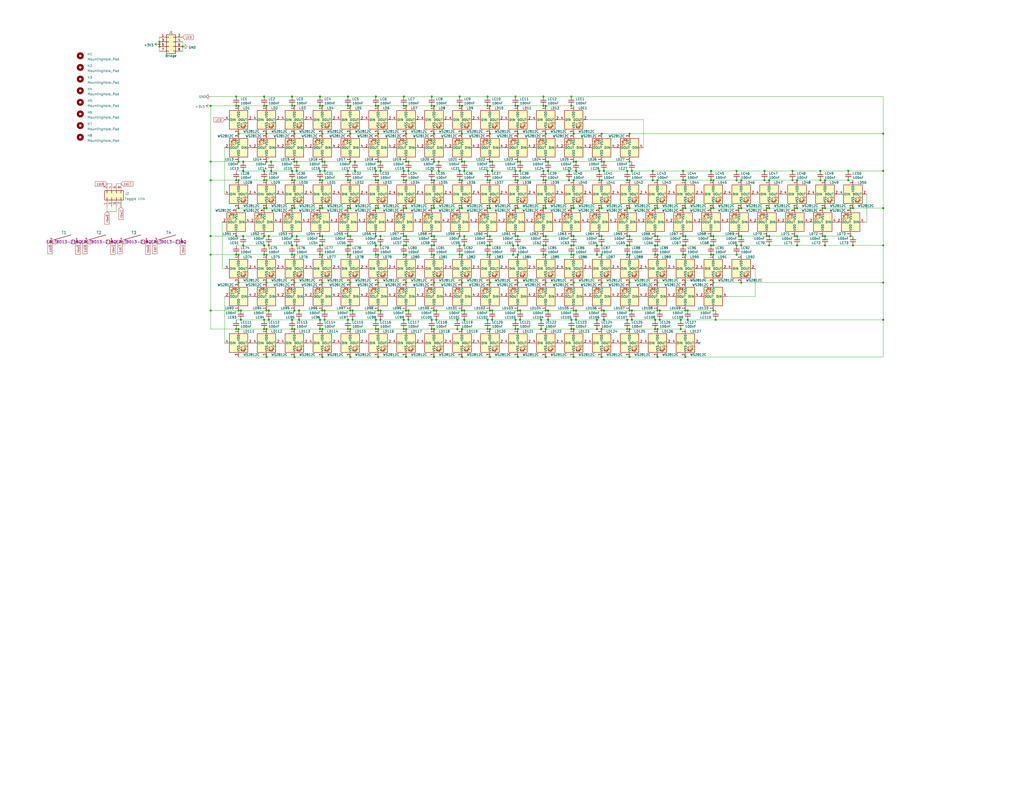
<source format=kicad_sch>
(kicad_sch (version 20211123) (generator eeschema)
  (paper "C")
  (junction (at 132.715 88.265))
  (junction (at 374.015 113.665))
  (junction (at 418.465 113.665))
  (junction (at 462.915 98.425))
  (junction (at 282.575 73.025))
  (junction (at 163.195 169.545))
  (junction (at 207.645 128.905))
  (junction (at 313.055 113.665))
  (junction (at 235.585 93.345))
  (junction (at 311.785 57.785))
  (junction (at 252.095 88.265))
  (junction (at 299.085 88.265))
  (junction (at 205.105 128.905))
  (junction (at 128.905 179.705))
  (junction (at 252.095 113.665))
  (junction (at 235.585 179.705))
  (junction (at 387.985 93.345))
  (junction (at 174.625 128.905))
  (junction (at 220.345 128.905))
  (junction (at 205.105 52.705))
  (junction (at 174.625 98.425))
  (junction (at 175.895 88.265))
  (junction (at 372.745 133.985))
  (junction (at 175.895 179.705))
  (junction (at 295.275 179.705))
  (junction (at 450.215 128.905))
  (junction (at 189.865 174.625))
  (junction (at 86.995 24.13))
  (junction (at 205.105 133.985))
  (junction (at 344.805 169.545))
  (junction (at 314.325 174.625))
  (junction (at 313.055 88.265))
  (junction (at 267.335 139.065))
  (junction (at 358.775 139.065))
  (junction (at 220.345 139.065))
  (junction (at 161.925 88.265))
  (junction (at 328.295 133.985))
  (junction (at 220.345 113.665))
  (junction (at 253.365 174.625))
  (junction (at 252.095 139.065))
  (junction (at 128.905 98.425))
  (junction (at 236.855 139.065))
  (junction (at 447.675 93.345))
  (junction (at 191.135 98.425))
  (junction (at 328.295 98.425))
  (junction (at 280.035 133.985))
  (junction (at 177.165 93.345))
  (junction (at 128.905 128.905))
  (junction (at 191.135 57.785))
  (junction (at 145.415 179.705))
  (junction (at 267.335 194.945))
  (junction (at 360.045 169.545))
  (junction (at 132.715 133.985))
  (junction (at 144.145 139.065))
  (junction (at 205.105 179.705))
  (junction (at 282.575 57.785))
  (junction (at 481.965 133.985))
  (junction (at 327.025 113.665))
  (junction (at 206.375 139.065))
  (junction (at 145.415 98.425))
  (junction (at 401.955 93.345))
  (junction (at 191.135 88.265))
  (junction (at 418.465 128.905))
  (junction (at 145.415 154.305))
  (junction (at 281.305 57.785))
  (junction (at 282.575 128.905))
  (junction (at 175.895 194.945))
  (junction (at 296.545 139.065))
  (junction (at 283.845 93.345))
  (junction (at 328.295 194.945))
  (junction (at 419.735 113.665))
  (junction (at 160.655 98.425))
  (junction (at 235.585 57.785))
  (junction (at 189.865 113.665))
  (junction (at 114.935 128.905))
  (junction (at 344.805 93.345))
  (junction (at 146.685 169.545))
  (junction (at 342.265 98.425))
  (junction (at 238.125 169.545))
  (junction (at 297.815 194.945))
  (junction (at 252.095 179.705))
  (junction (at 343.535 113.665))
  (junction (at 390.525 174.625))
  (junction (at 281.305 179.705))
  (junction (at 296.545 128.905))
  (junction (at 175.895 73.025))
  (junction (at 299.085 93.345))
  (junction (at 342.265 113.665))
  (junction (at 343.535 88.265))
  (junction (at 159.385 98.425))
  (junction (at 175.895 128.905))
  (junction (at 357.505 174.625))
  (junction (at 207.645 88.265))
  (junction (at 325.755 139.065))
  (junction (at 297.815 73.025))
  (junction (at 192.405 174.625))
  (junction (at 311.785 128.905))
  (junction (at 207.645 93.345))
  (junction (at 221.615 154.305))
  (junction (at 130.175 154.305))
  (junction (at 282.575 169.545))
  (junction (at 297.815 154.305))
  (junction (at 191.135 194.945))
  (junction (at 329.565 88.265))
  (junction (at 327.025 98.425))
  (junction (at 342.265 93.345))
  (junction (at 130.175 98.425))
  (junction (at 236.855 113.665))
  (junction (at 374.015 139.065))
  (junction (at 206.375 194.945))
  (junction (at 193.675 88.265))
  (junction (at 221.615 139.065))
  (junction (at 371.475 179.705))
  (junction (at 432.435 98.425))
  (junction (at 387.985 113.665))
  (junction (at 404.495 98.425))
  (junction (at 450.215 98.425))
  (junction (at 160.655 113.665))
  (junction (at 252.095 57.785))
  (junction (at 267.335 169.545))
  (junction (at 206.375 154.305))
  (junction (at 450.215 113.665))
  (junction (at 266.065 57.785))
  (junction (at 236.855 57.785))
  (junction (at 296.545 113.665))
  (junction (at 205.105 98.425))
  (junction (at 267.335 88.265))
  (junction (at 253.365 128.905))
  (junction (at 296.545 57.785))
  (junction (at 191.135 139.065))
  (junction (at 175.895 98.425))
  (junction (at 299.085 169.545))
  (junction (at 481.965 174.625))
  (junction (at 325.755 133.985))
  (junction (at 434.975 98.425))
  (junction (at 282.575 139.065))
  (junction (at 401.955 139.065))
  (junction (at 281.305 52.705))
  (junction (at 328.295 169.545))
  (junction (at 222.885 174.625))
  (junction (at 387.985 139.065))
  (junction (at 189.865 98.425))
  (junction (at 297.815 139.065))
  (junction (at 221.615 98.425))
  (junction (at 266.065 93.345))
  (junction (at 296.545 98.425))
  (junction (at 387.985 133.985))
  (junction (at 389.255 98.425))
  (junction (at 311.785 113.665))
  (junction (at 266.065 139.065))
  (junction (at 342.265 139.065))
  (junction (at 189.865 128.905))
  (junction (at 144.145 133.985))
  (junction (at 174.625 139.065))
  (junction (at 419.735 128.905))
  (junction (at 191.135 133.985))
  (junction (at 297.815 57.785))
  (junction (at 144.145 57.785))
  (junction (at 159.385 139.065))
  (junction (at 206.375 98.425))
  (junction (at 357.505 128.905))
  (junction (at 360.045 174.625))
  (junction (at 236.855 73.025))
  (junction (at 374.015 133.985))
  (junction (at 160.655 179.705))
  (junction (at 236.855 169.545))
  (junction (at 145.415 88.265))
  (junction (at 374.015 194.945))
  (junction (at 220.345 179.705))
  (junction (at 160.655 73.025))
  (junction (at 191.135 113.665))
  (junction (at 160.655 57.785))
  (junction (at 159.385 93.345))
  (junction (at 189.865 133.985))
  (junction (at 448.945 113.665))
  (junction (at 313.055 73.025))
  (junction (at 266.065 128.905))
  (junction (at 311.785 133.985))
  (junction (at 342.265 128.905))
  (junction (at 239.395 93.345))
  (junction (at 282.575 179.705))
  (junction (at 130.175 169.545))
  (junction (at 253.365 169.545))
  (junction (at 329.565 169.545))
  (junction (at 401.955 98.425))
  (junction (at 358.775 169.545))
  (junction (at 252.095 154.305))
  (junction (at 206.375 73.025))
  (junction (at 145.415 139.065))
  (junction (at 389.255 133.985))
  (junction (at 465.455 133.985))
  (junction (at 372.745 113.665))
  (junction (at 193.675 93.345))
  (junction (at 130.175 57.785))
  (junction (at 325.755 179.705))
  (junction (at 297.815 179.705))
  (junction (at 281.305 98.425))
  (junction (at 447.675 98.425))
  (junction (at 235.585 113.665))
  (junction (at 161.925 133.985))
  (junction (at 191.135 128.905))
  (junction (at 206.375 169.545))
  (junction (at 160.655 154.305))
  (junction (at 267.335 154.305))
  (junction (at 281.305 93.345))
  (junction (at 175.895 169.545))
  (junction (at 131.445 169.545))
  (junction (at 221.615 169.545))
  (junction (at 221.615 113.665))
  (junction (at 343.535 139.065))
  (junction (at 372.745 139.065))
  (junction (at 175.895 133.985))
  (junction (at 249.555 174.625))
  (junction (at 177.165 169.545))
  (junction (at 268.605 93.345))
  (junction (at 356.235 98.425))
  (junction (at 372.745 93.345))
  (junction (at 191.135 73.025))
  (junction (at 311.785 174.625))
  (junction (at 206.375 57.785))
  (junction (at 297.815 128.905))
  (junction (at 207.645 174.625))
  (junction (at 372.745 98.425))
  (junction (at 236.855 88.265))
  (junction (at 147.955 88.265))
  (junction (at 357.505 179.705))
  (junction (at 205.105 113.665))
  (junction (at 174.625 93.345))
  (junction (at 343.535 169.545))
  (junction (at 465.455 113.665))
  (junction (at 131.445 174.625))
  (junction (at 159.385 57.785))
  (junction (at 145.415 194.945))
  (junction (at 250.825 113.665))
  (junction (at 207.645 169.545))
  (junction (at 328.295 73.025))
  (junction (at 253.365 88.265))
  (junction (at 297.815 88.265))
  (junction (at 236.855 194.945))
  (junction (at 327.025 93.345))
  (junction (at 189.865 52.705))
  (junction (at 159.385 174.625))
  (junction (at 357.505 113.665))
  (junction (at 343.535 194.945))
  (junction (at 434.975 133.985))
  (junction (at 268.605 174.625))
  (junction (at 343.535 98.425))
  (junction (at 174.625 113.665))
  (junction (at 192.405 169.545))
  (junction (at 250.825 128.905))
  (junction (at 296.545 133.985))
  (junction (at 267.335 128.905))
  (junction (at 128.905 57.785))
  (junction (at 297.815 169.545))
  (junction (at 189.865 179.705))
  (junction (at 253.365 93.345))
  (junction (at 297.815 98.425))
  (junction (at 221.615 73.025))
  (junction (at 356.235 93.345))
  (junction (at 114.935 98.425))
  (junction (at 266.065 179.705))
  (junction (at 404.495 154.305))
  (junction (at 144.145 98.425))
  (junction (at 236.855 133.985))
  (junction (at 145.415 169.545))
  (junction (at 313.055 169.545))
  (junction (at 374.015 128.905))
  (junction (at 401.955 133.985))
  (junction (at 404.495 128.905))
  (junction (at 144.145 52.705))
  (junction (at 175.895 113.665))
  (junction (at 99.695 25.4))
  (junction (at 235.585 174.625))
  (junction (at 146.685 133.985))
  (junction (at 189.865 93.345))
  (junction (at 343.535 179.705))
  (junction (at 189.865 139.065))
  (junction (at 132.715 128.905))
  (junction (at 358.775 194.945))
  (junction (at 328.295 128.905))
  (junction (at 221.615 88.265))
  (junction (at 404.495 133.985))
  (junction (at 221.615 57.785))
  (junction (at 417.195 93.345))
  (junction (at 252.095 169.545))
  (junction (at 130.175 73.025))
  (junction (at 281.305 174.625))
  (junction (at 175.895 57.785))
  (junction (at 403.225 128.905))
  (junction (at 374.015 169.545))
  (junction (at 220.345 57.785))
  (junction (at 281.305 113.665))
  (junction (at 283.845 174.625))
  (junction (at 282.575 154.305))
  (junction (at 282.575 113.665))
  (junction (at 161.925 128.905))
  (junction (at 313.055 179.705))
  (junction (at 481.965 154.305))
  (junction (at 417.195 98.425))
  (junction (at 147.955 93.345))
  (junction (at 191.135 179.705))
  (junction (at 267.335 113.665))
  (junction (at 220.345 98.425))
  (junction (at 160.655 194.945))
  (junction (at 114.935 169.545))
  (junction (at 297.815 133.985))
  (junction (at 252.095 194.945))
  (junction (at 328.295 113.665))
  (junction (at 448.945 128.905))
  (junction (at 267.335 57.785))
  (junction (at 174.625 133.985))
  (junction (at 389.255 169.545))
  (junction (at 221.615 128.905))
  (junction (at 433.705 128.905))
  (junction (at 481.965 113.665))
  (junction (at 174.625 52.705))
  (junction (at 160.655 139.065))
  (junction (at 310.515 98.425))
  (junction (at 358.775 113.665))
  (junction (at 267.335 133.985))
  (junction (at 175.895 154.305))
  (junction (at 314.325 169.545))
  (junction (at 159.385 113.665))
  (junction (at 205.105 139.065))
  (junction (at 450.215 133.985))
  (junction (at 174.625 57.785))
  (junction (at 299.085 174.625))
  (junction (at 160.655 169.545))
  (junction (at 358.775 128.905))
  (junction (at 206.375 179.705))
  (junction (at 175.895 139.065))
  (junction (at 343.535 133.985))
  (junction (at 311.785 139.065))
  (junction (at 327.025 128.905))
  (junction (at 389.255 139.065))
  (junction (at 144.145 179.705))
  (junction (at 343.535 128.905))
  (junction (at 266.065 52.705))
  (junction (at 481.965 73.025))
  (junction (at 314.325 93.345))
  (junction (at 311.785 52.705))
  (junction (at 357.505 133.985))
  (junction (at 268.605 88.265))
  (junction (at 389.255 154.305))
  (junction (at 159.385 128.905))
  (junction (at 236.855 128.905))
  (junction (at 313.055 133.985))
  (junction (at 250.825 139.065))
  (junction (at 144.145 113.665))
  (junction (at 235.585 139.065))
  (junction (at 145.415 113.665))
  (junction (at 329.565 174.625))
  (junction (at 344.805 174.625))
  (junction (at 144.145 93.345))
  (junction (at 313.055 139.065))
  (junction (at 266.065 98.425))
  (junction (at 130.175 179.705))
  (junction (at 236.855 98.425))
  (junction (at 296.545 93.345))
  (junction (at 221.615 179.705))
  (junction (at 86.995 25.4))
  (junction (at 374.015 154.305))
  (junction (at 357.505 139.065))
  (junction (at 222.885 169.545))
  (junction (at 205.105 57.785))
  (junction (at 374.015 98.425))
  (junction (at 235.585 52.705))
  (junction (at 282.575 133.985))
  (junction (at 267.335 73.025))
  (junction (at 462.915 93.345))
  (junction (at 375.285 169.545))
  (junction (at 266.065 113.665))
  (junction (at 310.515 93.345))
  (junction (at 159.385 133.985))
  (junction (at 387.985 98.425))
  (junction (at 132.715 93.345))
  (junction (at 358.775 179.705))
  (junction (at 282.575 98.425))
  (junction (at 314.325 88.265))
  (junction (at 481.965 93.345))
  (junction (at 464.185 113.665))
  (junction (at 145.415 57.785))
  (junction (at 403.225 113.665))
  (junction (at 220.345 133.985))
  (junction (at 128.905 139.065))
  (junction (at 144.145 128.905))
  (junction (at 238.125 174.625))
  (junction (at 206.375 88.265))
  (junction (at 419.735 98.425))
  (junction (at 86.995 22.86))
  (junction (at 343.535 154.305))
  (junction (at 250.825 98.425))
  (junction (at 267.335 98.425))
  (junction (at 281.305 128.905))
  (junction (at 433.705 113.665))
  (junction (at 177.165 88.265))
  (junction (at 342.265 133.985))
  (junction (at 191.135 169.545))
  (junction (at 325.755 174.625))
  (junction (at 282.575 194.945))
  (junction (at 235.585 98.425))
  (junction (at 249.555 179.705))
  (junction (at 146.685 128.905))
  (junction (at 222.885 88.265))
  (junction (at 191.135 154.305))
  (junction (at 280.035 139.065))
  (junction (at 114.935 139.065))
  (junction (at 221.615 133.985))
  (junction (at 235.585 128.905))
  (junction (at 250.825 133.985))
  (junction (at 389.255 113.665))
  (junction (at 236.855 154.305))
  (junction (at 206.375 113.665))
  (junction (at 236.855 179.705))
  (junction (at 371.475 174.625))
  (junction (at 159.385 52.705))
  (junction (at 235.585 133.985))
  (junction (at 177.165 174.625))
  (junction (at 189.865 57.785))
  (junction (at 207.645 133.985))
  (junction (at 313.055 194.945))
  (junction (at 130.175 113.665))
  (junction (at 253.365 133.985))
  (junction (at 464.185 128.905))
  (junction (at 358.775 133.985))
  (junction (at 434.975 128.905))
  (junction (at 114.935 57.785))
  (junction (at 266.065 133.985))
  (junction (at 389.255 128.905))
  (junction (at 358.775 98.425))
  (junction (at 220.345 93.345))
  (junction (at 297.815 113.665))
  (junction (at 432.435 93.345))
  (junction (at 159.385 179.705))
  (junction (at 419.735 133.985))
  (junction (at 220.345 52.705))
  (junction (at 266.065 174.625))
  (junction (at 313.055 128.905))
  (junction (at 434.975 113.665))
  (junction (at 311.785 179.705))
  (junction (at 128.905 52.705))
  (junction (at 268.605 169.545))
  (junction (at 328.295 154.305))
  (junction (at 160.655 88.265))
  (junction (at 250.825 52.705))
  (junction (at 130.175 88.265))
  (junction (at 313.055 98.425))
  (junction (at 295.275 174.625))
  (junction (at 252.095 98.425))
  (junction (at 163.195 174.625))
  (junction (at 220.345 174.625))
  (junction (at 221.615 194.945))
  (junction (at 343.535 73.025))
  (junction (at 296.545 52.705))
  (junction (at 328.295 179.705))
  (junction (at 145.415 73.025))
  (junction (at 313.055 154.305))
  (junction (at 250.825 93.345))
  (junction (at 283.845 88.265))
  (junction (at 144.145 174.625))
  (junction (at 404.495 113.665))
  (junction (at 283.845 169.545))
  (junction (at 375.285 174.625))
  (junction (at 328.295 139.065))
  (junction (at 114.935 88.265))
  (junction (at 342.265 179.705))
  (junction (at 328.295 88.265))
  (junction (at 252.095 73.025))
  (junction (at 372.745 128.905))
  (junction (at 358.775 154.305))
  (junction (at 267.335 179.705))
  (junction (at 205.105 174.625))
  (junction (at 130.175 139.065))
  (junction (at 146.685 174.625))
  (junction (at 282.575 88.265))
  (junction (at 161.925 93.345))
  (junction (at 387.985 128.905))
  (junction (at 329.565 93.345))
  (junction (at 174.625 174.625))
  (junction (at 174.625 179.705))
  (junction (at 342.265 174.625))
  (junction (at 222.885 93.345))
  (junction (at 205.105 93.345))
  (junction (at 239.395 88.265))
  (junction (at 250.825 57.785))
  (no_connect (at 381.635 187.325))
  (wire (pts (xy 146.685 128.905) (xy 159.385 128.905)))
  (wire (pts (xy 114.935 169.545) (xy 114.935 179.705)))
  (wire (pts (xy 249.555 179.705) (xy 252.095 179.705)))
  (wire (pts (xy 189.865 57.785) (xy 191.135 57.785)))
  (wire (pts (xy 145.415 154.305) (xy 160.655 154.305)))
  (wire (pts (xy 297.815 154.305) (xy 313.055 154.305)))
  (wire (pts (xy 281.305 57.785) (xy 282.575 57.785)))
  (wire (pts (xy 160.655 57.785) (xy 174.625 57.785)))
  (wire (pts (xy 360.045 174.625) (xy 371.475 174.625)))
  (wire (pts (xy 357.505 128.905) (xy 343.535 128.905)))
  (wire (pts (xy 268.605 93.345) (xy 281.305 93.345)))
  (wire (pts (xy 297.815 98.425) (xy 296.545 98.425)))
  (wire (pts (xy 191.135 194.945) (xy 206.375 194.945)))
  (wire (pts (xy 432.435 93.345) (xy 447.675 93.345)))
  (wire (pts (xy 358.775 133.985) (xy 372.745 133.985)))
  (wire (pts (xy 206.375 88.265) (xy 207.645 88.265)))
  (wire (pts (xy 343.535 179.705) (xy 357.505 179.705)))
  (wire (pts (xy 267.335 154.305) (xy 282.575 154.305)))
  (wire (pts (xy 63.5 115.57) (xy 58.42 115.57)))
  (wire (pts (xy 266.065 52.705) (xy 281.305 52.705)))
  (wire (pts (xy 267.335 139.065) (xy 266.065 139.065)))
  (wire (pts (xy 250.825 139.065) (xy 252.095 139.065)))
  (wire (pts (xy 132.715 133.985) (xy 144.145 133.985)))
  (wire (pts (xy 358.775 179.705) (xy 371.475 179.705)))
  (wire (pts (xy 205.105 128.905) (xy 207.645 128.905)))
  (wire (pts (xy 358.775 139.065) (xy 372.745 139.065)))
  (wire (pts (xy 205.105 139.065) (xy 206.375 139.065)))
  (wire (pts (xy 130.175 179.705) (xy 144.145 179.705)))
  (wire (pts (xy 236.855 179.705) (xy 235.585 179.705)))
  (wire (pts (xy 235.585 174.625) (xy 238.125 174.625)))
  (wire (pts (xy 419.735 113.665) (xy 433.705 113.665)))
  (wire (pts (xy 374.015 153.035) (xy 389.255 153.035)))
  (wire (pts (xy 221.615 139.065) (xy 235.585 139.065)))
  (wire (pts (xy 314.325 174.625) (xy 325.755 174.625)))
  (wire (pts (xy 114.935 98.425) (xy 114.935 128.905)))
  (wire (pts (xy 206.375 169.545) (xy 192.405 169.545)))
  (wire (pts (xy 58.42 113.03) (xy 58.42 115.57)))
  (wire (pts (xy 389.255 113.665) (xy 387.985 113.665)))
  (wire (pts (xy 371.475 174.625) (xy 375.285 174.625)))
  (wire (pts (xy 387.985 113.665) (xy 374.015 113.665)))
  (wire (pts (xy 462.915 98.425) (xy 465.455 98.425)))
  (wire (pts (xy 191.135 73.025) (xy 206.375 73.025)))
  (wire (pts (xy 282.575 179.705) (xy 281.305 179.705)))
  (wire (pts (xy 221.615 113.665) (xy 220.345 113.665)))
  (wire (pts (xy 313.055 154.305) (xy 328.295 154.305)))
  (wire (pts (xy 434.975 133.985) (xy 450.215 133.985)))
  (wire (pts (xy 343.535 169.545) (xy 344.805 169.545)))
  (wire (pts (xy 130.175 98.425) (xy 144.145 98.425)))
  (wire (pts (xy 220.345 113.665) (xy 206.375 113.665)))
  (wire (pts (xy 328.295 179.705) (xy 342.265 179.705)))
  (wire (pts (xy 314.325 93.345) (xy 327.025 93.345)))
  (wire (pts (xy 344.805 174.625) (xy 357.505 174.625)))
  (wire (pts (xy 144.145 133.985) (xy 146.685 133.985)))
  (wire (pts (xy 252.095 194.945) (xy 267.335 194.945)))
  (wire (pts (xy 236.855 179.705) (xy 249.555 179.705)))
  (wire (pts (xy 389.255 139.065) (xy 401.955 139.065)))
  (wire (pts (xy 403.225 128.905) (xy 389.255 128.905)))
  (wire (pts (xy 250.825 52.705) (xy 266.065 52.705)))
  (wire (pts (xy 266.065 93.345) (xy 268.605 93.345)))
  (wire (pts (xy 159.385 133.985) (xy 161.925 133.985)))
  (wire (pts (xy 159.385 139.065) (xy 160.655 139.065)))
  (wire (pts (xy 239.395 88.265) (xy 236.855 88.265)))
  (wire (pts (xy 144.145 93.345) (xy 147.955 93.345)))
  (wire (pts (xy 222.885 88.265) (xy 221.615 88.265)))
  (wire (pts (xy 327.025 93.345) (xy 329.565 93.345)))
  (wire (pts (xy 450.215 128.905) (xy 464.185 128.905)))
  (wire (pts (xy 329.565 93.345) (xy 342.265 93.345)))
  (wire (pts (xy 175.895 169.545) (xy 177.165 169.545)))
  (wire (pts (xy 161.925 93.345) (xy 159.385 93.345)))
  (wire (pts (xy 417.195 98.425) (xy 419.735 98.425)))
  (wire (pts (xy 389.255 98.425) (xy 401.955 98.425)))
  (wire (pts (xy 418.465 113.665) (xy 419.735 113.665)))
  (wire (pts (xy 250.825 133.985) (xy 253.365 133.985)))
  (wire (pts (xy 146.685 169.545) (xy 145.415 169.545)))
  (wire (pts (xy 220.345 128.905) (xy 207.645 128.905)))
  (wire (pts (xy 374.015 133.985) (xy 387.985 133.985)))
  (wire (pts (xy 146.685 133.985) (xy 159.385 133.985)))
  (wire (pts (xy 161.925 128.905) (xy 159.385 128.905)))
  (wire (pts (xy 236.855 194.945) (xy 252.095 194.945)))
  (wire (pts (xy 281.305 98.425) (xy 282.575 98.425)))
  (wire (pts (xy 313.055 139.065) (xy 311.785 139.065)))
  (wire (pts (xy 313.055 179.705) (xy 325.755 179.705)))
  (wire (pts (xy 297.815 57.785) (xy 296.545 57.785)))
  (wire (pts (xy 130.175 73.025) (xy 145.415 73.025)))
  (wire (pts (xy 160.655 154.305) (xy 175.895 154.305)))
  (wire (pts (xy 297.815 57.785) (xy 311.785 57.785)))
  (wire (pts (xy 174.625 139.065) (xy 175.895 139.065)))
  (wire (pts (xy 343.535 154.305) (xy 358.775 154.305)))
  (wire (pts (xy 328.295 88.265) (xy 314.325 88.265)))
  (wire (pts (xy 114.935 179.705) (xy 128.905 179.705)))
  (wire (pts (xy 221.615 57.785) (xy 235.585 57.785)))
  (wire (pts (xy 174.625 98.425) (xy 175.895 98.425)))
  (wire (pts (xy 174.625 52.705) (xy 189.865 52.705)))
  (wire (pts (xy 401.955 139.065) (xy 404.495 139.065)))
  (wire (pts (xy 206.375 98.425) (xy 220.345 98.425)))
  (wire (pts (xy 280.035 139.065) (xy 282.575 139.065)))
  (wire (pts (xy 146.685 128.905) (xy 144.145 128.905)))
  (wire (pts (xy 387.985 128.905) (xy 374.015 128.905)))
  (wire (pts (xy 282.575 154.305) (xy 297.815 154.305)))
  (wire (pts (xy 313.055 57.785) (xy 311.785 57.785)))
  (wire (pts (xy 342.265 139.065) (xy 328.295 139.065)))
  (wire (pts (xy 60.96 113.03) (xy 60.96 110.49)))
  (wire (pts (xy 313.055 128.905) (xy 311.785 128.905)))
  (wire (pts (xy 159.385 98.425) (xy 160.655 98.425)))
  (wire (pts (xy 160.655 73.025) (xy 175.895 73.025)))
  (wire (pts (xy 175.895 98.425) (xy 189.865 98.425)))
  (wire (pts (xy 401.955 133.985) (xy 404.495 133.985)))
  (wire (pts (xy 128.905 98.425) (xy 130.175 98.425)))
  (wire (pts (xy 295.275 174.625) (xy 299.085 174.625)))
  (wire (pts (xy 236.855 113.665) (xy 235.585 113.665)))
  (wire (pts (xy 205.105 52.705) (xy 220.345 52.705)))
  (wire (pts (xy 283.845 93.345) (xy 296.545 93.345)))
  (wire (pts (xy 418.465 128.905) (xy 404.495 128.905)))
  (wire (pts (xy 207.645 133.985) (xy 220.345 133.985)))
  (wire (pts (xy 144.145 52.705) (xy 159.385 52.705)))
  (wire (pts (xy 191.135 133.985) (xy 205.105 133.985)))
  (wire (pts (xy 191.135 98.425) (xy 205.105 98.425)))
  (wire (pts (xy 328.295 133.985) (xy 342.265 133.985)))
  (wire (pts (xy 372.745 113.665) (xy 358.775 113.665)))
  (wire (pts (xy 297.815 179.705) (xy 295.275 179.705)))
  (wire (pts (xy 268.605 88.265) (xy 267.335 88.265)))
  (wire (pts (xy 465.455 133.985) (xy 481.965 133.985)))
  (wire (pts (xy 144.145 98.425) (xy 145.415 98.425)))
  (wire (pts (xy 417.195 93.345) (xy 432.435 93.345)))
  (wire (pts (xy 192.405 169.545) (xy 191.135 169.545)))
  (wire (pts (xy 191.135 88.265) (xy 193.675 88.265)))
  (wire (pts (xy 221.615 154.305) (xy 236.855 154.305)))
  (wire (pts (xy 374.015 128.905) (xy 372.745 128.905)))
  (wire (pts (xy 220.345 139.065) (xy 221.615 139.065)))
  (wire (pts (xy 207.645 169.545) (xy 206.375 169.545)))
  (wire (pts (xy 387.985 93.345) (xy 401.955 93.345)))
  (wire (pts (xy 222.885 174.625) (xy 235.585 174.625)))
  (wire (pts (xy 358.775 154.305) (xy 374.015 154.305)))
  (wire (pts (xy 130.175 57.785) (xy 144.145 57.785)))
  (wire (pts (xy 374.015 179.705) (xy 371.475 179.705)))
  (wire (pts (xy 325.755 179.705) (xy 328.295 179.705)))
  (wire (pts (xy 175.895 88.265) (xy 161.925 88.265)))
  (wire (pts (xy 266.065 113.665) (xy 252.095 113.665)))
  (wire (pts (xy 327.025 98.425) (xy 328.295 98.425)))
  (wire (pts (xy 329.565 174.625) (xy 342.265 174.625)))
  (wire (pts (xy 342.265 133.985) (xy 343.535 133.985)))
  (wire (pts (xy 372.745 93.345) (xy 387.985 93.345)))
  (wire (pts (xy 266.065 174.625) (xy 268.605 174.625)))
  (wire (pts (xy 387.985 139.065) (xy 389.255 139.065)))
  (wire (pts (xy 206.375 194.945) (xy 221.615 194.945)))
  (wire (pts (xy 296.545 93.345) (xy 299.085 93.345)))
  (wire (pts (xy 122.555 161.925) (xy 122.555 187.325)))
  (wire (pts (xy 235.585 52.705) (xy 250.825 52.705)))
  (wire (pts (xy 281.305 93.345) (xy 283.845 93.345)))
  (wire (pts (xy 174.625 179.705) (xy 175.895 179.705)))
  (wire (pts (xy 144.145 113.665) (xy 130.175 113.665)))
  (wire (pts (xy 238.125 169.545) (xy 236.855 169.545)))
  (wire (pts (xy 128.905 174.625) (xy 131.445 174.625)))
  (wire (pts (xy 299.085 174.625) (xy 311.785 174.625)))
  (wire (pts (xy 357.505 113.665) (xy 343.535 113.665)))
  (wire (pts (xy 66.04 110.49) (xy 66.04 113.03)))
  (wire (pts (xy 481.965 174.625) (xy 481.965 194.945)))
  (wire (pts (xy 177.165 174.625) (xy 189.865 174.625)))
  (wire (pts (xy 404.495 128.905) (xy 403.225 128.905)))
  (wire (pts (xy 419.735 133.985) (xy 434.975 133.985)))
  (wire (pts (xy 372.745 133.985) (xy 374.015 133.985)))
  (wire (pts (xy 159.385 52.705) (xy 174.625 52.705)))
  (wire (pts (xy 481.965 133.985) (xy 481.965 154.305)))
  (wire (pts (xy 404.495 113.665) (xy 403.225 113.665)))
  (wire (pts (xy 328.295 128.905) (xy 327.025 128.905)))
  (wire (pts (xy 177.165 93.345) (xy 189.865 93.345)))
  (wire (pts (xy 450.215 133.985) (xy 465.455 133.985)))
  (wire (pts (xy 462.915 93.345) (xy 481.965 93.345)))
  (wire (pts (xy 192.405 174.625) (xy 205.105 174.625)))
  (wire (pts (xy 159.385 174.625) (xy 163.195 174.625)))
  (wire (pts (xy 221.615 194.945) (xy 236.855 194.945)))
  (wire (pts (xy 313.055 88.265) (xy 299.085 88.265)))
  (wire (pts (xy 221.615 88.265) (xy 207.645 88.265)))
  (wire (pts (xy 131.445 174.625) (xy 144.145 174.625)))
  (wire (pts (xy 132.715 88.265) (xy 130.175 88.265)))
  (wire (pts (xy 249.555 174.625) (xy 253.365 174.625)))
  (wire (pts (xy 328.295 194.945) (xy 343.535 194.945)))
  (wire (pts (xy 99.695 22.86) (xy 99.695 25.4)))
  (wire (pts (xy 189.865 52.705) (xy 205.105 52.705)))
  (wire (pts (xy 358.775 128.905) (xy 357.505 128.905)))
  (wire (pts (xy 175.895 179.705) (xy 189.865 179.705)))
  (wire (pts (xy 191.135 113.665) (xy 205.105 113.665)))
  (wire (pts (xy 175.895 73.025) (xy 191.135 73.025)))
  (wire (pts (xy 177.165 88.265) (xy 191.135 88.265)))
  (wire (pts (xy 473.075 121.285) (xy 471.805 121.285)))
  (wire (pts (xy 189.865 93.345) (xy 193.675 93.345)))
  (wire (pts (xy 160.655 88.265) (xy 147.955 88.265)))
  (wire (pts (xy 268.605 169.545) (xy 267.335 169.545)))
  (wire (pts (xy 358.775 139.065) (xy 357.505 139.065)))
  (wire (pts (xy 297.815 88.265) (xy 283.845 88.265)))
  (wire (pts (xy 145.415 179.705) (xy 159.385 179.705)))
  (wire (pts (xy 481.965 113.665) (xy 481.965 133.985)))
  (wire (pts (xy 250.825 93.345) (xy 253.365 93.345)))
  (wire (pts (xy 447.675 98.425) (xy 434.975 98.425)))
  (wire (pts (xy 60.96 110.49) (xy 66.04 110.49)))
  (wire (pts (xy 433.705 128.905) (xy 419.735 128.905)))
  (wire (pts (xy 191.135 128.905) (xy 189.865 128.905)))
  (wire (pts (xy 128.905 128.905) (xy 132.715 128.905)))
  (wire (pts (xy 145.415 194.945) (xy 160.655 194.945)))
  (wire (pts (xy 311.785 133.985) (xy 313.055 133.985)))
  (wire (pts (xy 450.215 98.425) (xy 462.915 98.425)))
  (wire (pts (xy 282.575 179.705) (xy 295.275 179.705)))
  (wire (pts (xy 175.895 139.065) (xy 189.865 139.065)))
  (wire (pts (xy 297.815 169.545) (xy 283.845 169.545)))
  (wire (pts (xy 266.065 57.785) (xy 267.335 57.785)))
  (wire (pts (xy 252.095 154.305) (xy 267.335 154.305)))
  (wire (pts (xy 419.735 98.425) (xy 432.435 98.425)))
  (wire (pts (xy 205.105 98.425) (xy 206.375 98.425)))
  (wire (pts (xy 191.135 128.905) (xy 205.105 128.905)))
  (wire (pts (xy 342.265 179.705) (xy 343.535 179.705)))
  (wire (pts (xy 114.935 139.065) (xy 114.935 169.545)))
  (wire (pts (xy 144.145 93.345) (xy 132.715 93.345)))
  (wire (pts (xy 236.855 169.545) (xy 222.885 169.545)))
  (wire (pts (xy 401.955 98.425) (xy 404.495 98.425)))
  (wire (pts (xy 401.955 93.345) (xy 417.195 93.345)))
  (wire (pts (xy 191.135 57.785) (xy 205.105 57.785)))
  (wire (pts (xy 236.855 88.265) (xy 222.885 88.265)))
  (wire (pts (xy 206.375 88.265) (xy 193.675 88.265)))
  (wire (pts (xy 372.745 113.665) (xy 374.015 113.665)))
  (wire (pts (xy 390.525 169.545) (xy 389.255 169.545)))
  (wire (pts (xy 434.975 113.665) (xy 448.945 113.665)))
  (wire (pts (xy 114.935 98.425) (xy 128.905 98.425)))
  (wire (pts (xy 328.295 98.425) (xy 342.265 98.425)))
  (wire (pts (xy 374.015 169.545) (xy 360.045 169.545)))
  (wire (pts (xy 296.545 128.905) (xy 282.575 128.905)))
  (wire (pts (xy 358.775 98.425) (xy 356.235 98.425)))
  (wire (pts (xy 267.335 57.785) (xy 281.305 57.785)))
  (wire (pts (xy 281.305 113.665) (xy 267.335 113.665)))
  (wire (pts (xy 342.265 93.345) (xy 344.805 93.345)))
  (wire (pts (xy 481.965 52.705) (xy 481.965 73.025)))
  (wire (pts (xy 128.905 52.705) (xy 144.145 52.705)))
  (wire (pts (xy 282.575 169.545) (xy 268.605 169.545)))
  (wire (pts (xy 351.155 80.645) (xy 351.155 65.405)))
  (wire (pts (xy 159.385 113.665) (xy 145.415 113.665)))
  (wire (pts (xy 432.435 98.425) (xy 434.975 98.425)))
  (wire (pts (xy 412.115 146.685) (xy 412.115 161.925)))
  (wire (pts (xy 128.905 113.665) (xy 130.175 113.665)))
  (wire (pts (xy 266.065 98.425) (xy 267.335 98.425)))
  (wire (pts (xy 448.945 128.905) (xy 450.215 128.905)))
  (wire (pts (xy 450.215 113.665) (xy 464.185 113.665)))
  (wire (pts (xy 220.345 52.705) (xy 235.585 52.705)))
  (wire (pts (xy 174.625 93.345) (xy 177.165 93.345)))
  (wire (pts (xy 132.715 88.265) (xy 145.415 88.265)))
  (wire (pts (xy 358.775 113.665) (xy 357.505 113.665)))
  (wire (pts (xy 281.305 113.665) (xy 282.575 113.665)))
  (wire (pts (xy 160.655 98.425) (xy 174.625 98.425)))
  (wire (pts (xy 313.055 139.065) (xy 325.755 139.065)))
  (wire (pts (xy 236.855 57.785) (xy 250.825 57.785)))
  (wire (pts (xy 389.255 133.985) (xy 401.955 133.985)))
  (wire (pts (xy 252.095 169.545) (xy 238.125 169.545)))
  (wire (pts (xy 252.095 73.025) (xy 236.855 73.025)))
  (wire (pts (xy 206.375 154.305) (xy 221.615 154.305)))
  (wire (pts (xy 189.865 179.705) (xy 191.135 179.705)))
  (wire (pts (xy 222.885 93.345) (xy 235.585 93.345)))
  (wire (pts (xy 220.345 93.345) (xy 222.885 93.345)))
  (wire (pts (xy 114.935 88.265) (xy 130.175 88.265)))
  (wire (pts (xy 221.615 133.985) (xy 235.585 133.985)))
  (wire (pts (xy 389.255 113.665) (xy 403.225 113.665)))
  (wire (pts (xy 296.545 113.665) (xy 282.575 113.665)))
  (wire (pts (xy 282.575 194.945) (xy 297.815 194.945)))
  (wire (pts (xy 351.155 65.405) (xy 320.675 65.405)))
  (wire (pts (xy 343.535 128.905) (xy 342.265 128.905)))
  (wire (pts (xy 297.815 179.705) (xy 311.785 179.705)))
  (wire (pts (xy 174.625 133.985) (xy 175.895 133.985)))
  (wire (pts (xy 329.565 169.545) (xy 328.295 169.545)))
  (wire (pts (xy 267.335 169.545) (xy 253.365 169.545)))
  (wire (pts (xy 144.145 128.905) (xy 132.715 128.905)))
  (wire (pts (xy 239.395 93.345) (xy 250.825 93.345)))
  (wire (pts (xy 313.055 169.545) (xy 299.085 169.545)))
  (wire (pts (xy 128.905 57.785) (xy 130.175 57.785)))
  (wire (pts (xy 222.885 169.545) (xy 221.615 169.545)))
  (wire (pts (xy 310.515 98.425) (xy 313.055 98.425)))
  (wire (pts (xy 191.135 139.065) (xy 205.105 139.065)))
  (wire (pts (xy 325.755 174.625) (xy 329.565 174.625)))
  (wire (pts (xy 177.165 88.265) (xy 175.895 88.265)))
  (wire (pts (xy 114.935 128.905) (xy 114.935 139.065)))
  (wire (pts (xy 267.335 179.705) (xy 281.305 179.705)))
  (wire (pts (xy 327.025 113.665) (xy 313.055 113.665)))
  (wire (pts (xy 144.145 179.705) (xy 145.415 179.705)))
  (wire (pts (xy 236.855 133.985) (xy 250.825 133.985)))
  (wire (pts (xy 283.845 169.545) (xy 282.575 169.545)))
  (wire (pts (xy 252.095 139.065) (xy 266.065 139.065)))
  (wire (pts (xy 358.775 179.705) (xy 357.505 179.705)))
  (wire (pts (xy 121.285 146.685) (xy 122.555 146.685)))
  (wire (pts (xy 281.305 128.905) (xy 267.335 128.905)))
  (wire (pts (xy 159.385 113.665) (xy 160.655 113.665)))
  (wire (pts (xy 189.865 139.065) (xy 191.135 139.065)))
  (wire (pts (xy 374.015 139.065) (xy 387.985 139.065)))
  (wire (pts (xy 189.865 98.425) (xy 191.135 98.425)))
  (wire (pts (xy 412.115 161.925) (xy 396.875 161.925)))
  (wire (pts (xy 282.575 73.025) (xy 297.815 73.025)))
  (wire (pts (xy 221.615 169.545) (xy 207.645 169.545)))
  (wire (pts (xy 267.335 88.265) (xy 253.365 88.265)))
  (wire (pts (xy 282.575 73.025) (xy 267.335 73.025)))
  (wire (pts (xy 253.365 133.985) (xy 266.065 133.985)))
  (wire (pts (xy 389.255 153.035) (xy 389.255 154.305)))
  (wire (pts (xy 357.505 133.985) (xy 358.775 133.985)))
  (wire (pts (xy 250.825 128.905) (xy 236.855 128.905)))
  (wire (pts (xy 250.825 57.785) (xy 252.095 57.785)))
  (wire (pts (xy 372.745 128.905) (xy 358.775 128.905)))
  (wire (pts (xy 343.535 98.425) (xy 342.265 98.425)))
  (wire (pts (xy 160.655 88.265) (xy 161.925 88.265)))
  (wire (pts (xy 206.375 73.025) (xy 221.615 73.025)))
  (wire (pts (xy 282.575 133.985) (xy 296.545 133.985)))
  (wire (pts (xy 297.815 133.985) (xy 311.785 133.985)))
  (wire (pts (xy 314.325 169.545) (xy 313.055 169.545)))
  (wire (pts (xy 297.815 98.425) (xy 310.515 98.425)))
  (wire (pts (xy 128.905 139.065) (xy 130.175 139.065)))
  (wire (pts (xy 144.145 57.785) (xy 145.415 57.785)))
  (wire (pts (xy 313.055 98.425) (xy 327.025 98.425)))
  (wire (pts (xy 374.015 153.035) (xy 374.015 154.305)))
  (wire (pts (xy 266.065 128.905) (xy 253.365 128.905)))
  (wire (pts (xy 205.105 179.705) (xy 206.375 179.705)))
  (wire (pts (xy 328.295 169.545) (xy 314.325 169.545)))
  (wire (pts (xy 159.385 57.785) (xy 160.655 57.785)))
  (wire (pts (xy 297.815 113.665) (xy 296.545 113.665)))
  (wire (pts (xy 221.615 179.705) (xy 235.585 179.705)))
  (wire (pts (xy 114.935 57.785) (xy 114.935 88.265)))
  (wire (pts (xy 114.935 128.905) (xy 128.905 128.905)))
  (wire (pts (xy 253.365 169.545) (xy 252.095 169.545)))
  (wire (pts (xy 130.175 194.945) (xy 145.415 194.945)))
  (wire (pts (xy 374.015 98.425) (xy 387.985 98.425)))
  (wire (pts (xy 297.815 128.905) (xy 296.545 128.905)))
  (wire (pts (xy 160.655 194.945) (xy 175.895 194.945)))
  (wire (pts (xy 191.135 113.665) (xy 189.865 113.665)))
  (wire (pts (xy 86.995 22.86) (xy 86.995 24.13)))
  (wire (pts (xy 160.655 139.065) (xy 174.625 139.065)))
  (wire (pts (xy 281.305 174.625) (xy 283.845 174.625)))
  (wire (pts (xy 389.255 154.305) (xy 404.495 154.305)))
  (wire (pts (xy 465.455 113.665) (xy 481.965 113.665)))
  (wire (pts (xy 297.815 73.025) (xy 313.055 73.025)))
  (wire (pts (xy 189.865 128.905) (xy 175.895 128.905)))
  (wire (pts (xy 311.785 52.705) (xy 481.965 52.705)))
  (wire (pts (xy 160.655 179.705) (xy 174.625 179.705)))
  (wire (pts (xy 207.645 174.625) (xy 220.345 174.625)))
  (wire (pts (xy 372.745 98.425) (xy 374.015 98.425)))
  (wire (pts (xy 343.535 113.665) (xy 342.265 113.665)))
  (wire (pts (xy 235.585 128.905) (xy 221.615 128.905)))
  (wire (pts (xy 145.415 169.545) (xy 131.445 169.545)))
  (wire (pts (xy 342.265 113.665) (xy 328.295 113.665)))
  (wire (pts (xy 464.185 113.665) (xy 465.455 113.665)))
  (wire (pts (xy 193.675 93.345) (xy 205.105 93.345)))
  (wire (pts (xy 86.995 20.32) (xy 86.995 22.86)))
  (wire (pts (xy 163.195 174.625) (xy 174.625 174.625)))
  (wire (pts (xy 175.895 57.785) (xy 189.865 57.785)))
  (wire (pts (xy 206.375 57.785) (xy 220.345 57.785)))
  (wire (pts (xy 205.105 174.625) (xy 207.645 174.625)))
  (wire (pts (xy 358.775 194.945) (xy 374.015 194.945)))
  (wire (pts (xy 235.585 57.785) (xy 236.855 57.785)))
  (wire (pts (xy 267.335 98.425) (xy 281.305 98.425)))
  (wire (pts (xy 253.365 93.345) (xy 266.065 93.345)))
  (wire (pts (xy 189.865 113.665) (xy 175.895 113.665)))
  (wire (pts (xy 296.545 52.705) (xy 311.785 52.705)))
  (wire (pts (xy 174.625 174.625) (xy 177.165 174.625)))
  (wire (pts (xy 342.265 139.065) (xy 343.535 139.065)))
  (wire (pts (xy 387.985 133.985) (xy 389.255 133.985)))
  (wire (pts (xy 360.045 169.545) (xy 358.775 169.545)))
  (wire (pts (xy 189.865 133.985) (xy 191.135 133.985)))
  (wire (pts (xy 356.235 93.345) (xy 372.745 93.345)))
  (wire (pts (xy 220.345 174.625) (xy 222.885 174.625)))
  (wire (pts (xy 236.855 128.905) (xy 235.585 128.905)))
  (wire (pts (xy 63.5 113.03) (xy 63.5 115.57)))
  (wire (pts (xy 220.345 179.705) (xy 221.615 179.705)))
  (wire (pts (xy 221.615 73.025) (xy 236.855 73.025)))
  (wire (pts (xy 481.965 73.025) (xy 481.965 93.345)))
  (wire (pts (xy 99.695 25.4) (xy 99.695 27.94)))
  (wire (pts (xy 250.825 98.425) (xy 252.095 98.425)))
  (wire (pts (xy 375.285 169.545) (xy 389.255 169.545)))
  (wire (pts (xy 343.535 133.985) (xy 357.505 133.985)))
  (wire (pts (xy 145.415 139.065) (xy 159.385 139.065)))
  (wire (pts (xy 160.655 169.545) (xy 146.685 169.545)))
  (wire (pts (xy 419.735 128.905) (xy 418.465 128.905)))
  (wire (pts (xy 390.525 174.625) (xy 481.965 174.625)))
  (wire (pts (xy 174.625 128.905) (xy 161.925 128.905)))
  (wire (pts (xy 175.895 133.985) (xy 189.865 133.985)))
  (wire (pts (xy 175.895 154.305) (xy 191.135 154.305)))
  (wire (pts (xy 252.095 57.785) (xy 266.065 57.785)))
  (wire (pts (xy 343.535 98.425) (xy 356.235 98.425)))
  (wire (pts (xy 313.055 179.705) (xy 311.785 179.705)))
  (wire (pts (xy 313.055 194.945) (xy 328.295 194.945)))
  (wire (pts (xy 447.675 98.425) (xy 450.215 98.425)))
  (wire (pts (xy 268.605 174.625) (xy 281.305 174.625)))
  (wire (pts (xy 121.285 121.285) (xy 121.285 146.685)))
  (wire (pts (xy 283.845 88.265) (xy 282.575 88.265)))
  (wire (pts (xy 253.365 128.905) (xy 250.825 128.905)))
  (wire (pts (xy 221.615 98.425) (xy 235.585 98.425)))
  (wire (pts (xy 342.265 128.905) (xy 328.295 128.905)))
  (wire (pts (xy 206.375 179.705) (xy 220.345 179.705)))
  (wire (pts (xy 375.285 174.625) (xy 390.525 174.625)))
  (wire (pts (xy 159.385 93.345) (xy 147.955 93.345)))
  (wire (pts (xy 357.505 174.625) (xy 360.045 174.625)))
  (wire (pts (xy 144.145 174.625) (xy 146.685 174.625)))
  (wire (pts (xy 252.095 179.705) (xy 266.065 179.705)))
  (wire (pts (xy 372.745 98.425) (xy 358.775 98.425)))
  (wire (pts (xy 299.085 169.545) (xy 297.815 169.545)))
  (wire (pts (xy 128.905 179.705) (xy 130.175 179.705)))
  (wire (pts (xy 220.345 128.905) (xy 221.615 128.905)))
  (wire (pts (xy 145.415 57.785) (xy 159.385 57.785)))
  (wire (pts (xy 447.675 93.345) (xy 462.915 93.345)))
  (wire (pts (xy 311.785 174.625) (xy 314.325 174.625)))
  (wire (pts (xy 174.625 128.905) (xy 175.895 128.905)))
  (wire (pts (xy 253.365 174.625) (xy 266.065 174.625)))
  (wire (pts (xy 205.105 133.985) (xy 207.645 133.985)))
  (wire (pts (xy 327.025 128.905) (xy 313.055 128.905)))
  (wire (pts (xy 343.535 139.065) (xy 357.505 139.065)))
  (wire (pts (xy 328.295 73.025) (xy 343.535 73.025)))
  (wire (pts (xy 236.855 154.305) (xy 252.095 154.305)))
  (wire (pts (xy 299.085 93.345) (xy 310.515 93.345)))
  (wire (pts (xy 418.465 113.665) (xy 404.495 113.665)))
  (wire (pts (xy 145.415 98.425) (xy 159.385 98.425)))
  (wire (pts (xy 250.825 113.665) (xy 236.855 113.665)))
  (wire (pts (xy 114.935 52.705) (xy 128.905 52.705)))
  (wire (pts (xy 343.535 194.945) (xy 358.775 194.945)))
  (wire (pts (xy 174.625 113.665) (xy 160.655 113.665)))
  (wire (pts (xy 313.055 133.985) (xy 325.755 133.985)))
  (wire (pts (xy 358.775 169.545) (xy 344.805 169.545)))
  (wire (pts (xy 235.585 93.345) (xy 239.395 93.345)))
  (wire (pts (xy 175.895 194.945) (xy 191.135 194.945)))
  (wire (pts (xy 282.575 57.785) (xy 296.545 57.785)))
  (wire (pts (xy 266.065 133.985) (xy 267.335 133.985)))
  (wire (pts (xy 128.905 133.985) (xy 132.715 133.985)))
  (wire (pts (xy 159.385 179.705) (xy 160.655 179.705)))
  (wire (pts (xy 344.805 93.345) (xy 356.235 93.345)))
  (wire (pts (xy 282.575 128.905) (xy 281.305 128.905)))
  (wire (pts (xy 252.095 88.265) (xy 239.395 88.265)))
  (wire (pts (xy 267.335 73.025) (xy 252.095 73.025)))
  (wire (pts (xy 58.42 100.33) (xy 60.96 100.33)))
  (wire (pts (xy 281.305 52.705) (xy 296.545 52.705)))
  (wire (pts (xy 283.845 174.625) (xy 295.275 174.625)))
  (wire (pts (xy 343.535 154.305) (xy 328.295 154.305)))
  (wire (pts (xy 250.825 113.665) (xy 252.095 113.665)))
  (wire (pts (xy 205.105 113.665) (xy 206.375 113.665)))
  (wire (pts (xy 132.715 93.345) (xy 128.905 93.345)))
  (wire (pts (xy 311.785 113.665) (xy 297.815 113.665)))
  (wire (pts (xy 328.295 139.065) (xy 325.755 139.065)))
  (wire (pts (xy 343.535 88.265) (xy 329.565 88.265)))
  (wire (pts (xy 389.255 98.425) (xy 387.985 98.425)))
  (wire (pts (xy 313.055 73.025) (xy 328.295 73.025)))
  (wire (pts (xy 205.105 93.345) (xy 207.645 93.345)))
  (wire (pts (xy 389.255 128.905) (xy 387.985 128.905)))
  (wire (pts (xy 329.565 169.545) (xy 343.535 169.545)))
  (wire (pts (xy 175.895 169.545) (xy 163.195 169.545)))
  (wire (pts (xy 174.625 93.345) (xy 161.925 93.345)))
  (wire (pts (xy 114.935 169.545) (xy 130.175 169.545)))
  (wire (pts (xy 130.175 169.545) (xy 131.445 169.545)))
  (wire (pts (xy 282.575 88.265) (xy 268.605 88.265)))
  (wire (pts (xy 372.745 139.065) (xy 374.015 139.065)))
  (wire (pts (xy 144.145 139.065) (xy 145.415 139.065)))
  (wire (pts (xy 252.095 88.265) (xy 253.365 88.265)))
  (wire (pts (xy 481.965 154.305) (xy 481.965 174.625)))
  (wire (pts (xy 433.705 113.665) (xy 434.975 113.665)))
  (wire (pts (xy 434.975 128.905) (xy 433.705 128.905)))
  (wire (pts (xy 145.415 154.305) (xy 130.175 154.305)))
  (wire (pts (xy 191.135 179.705) (xy 205.105 179.705)))
  (wire (pts (xy 434.975 128.905) (xy 448.945 128.905)))
  (wire (pts (xy 207.645 93.345) (xy 220.345 93.345)))
  (wire (pts (xy 299.085 88.265) (xy 297.815 88.265)))
  (wire (pts (xy 189.865 174.625) (xy 192.405 174.625)))
  (wire (pts (xy 161.925 133.985) (xy 174.625 133.985)))
  (wire (pts (xy 235.585 133.985) (xy 236.855 133.985)))
  (wire (pts (xy 174.625 57.785) (xy 175.895 57.785)))
  (wire (pts (xy 404.495 133.985) (xy 419.735 133.985)))
  (wire (pts (xy 206.375 139.065) (xy 220.345 139.065)))
  (wire (pts (xy 236.855 98.425) (xy 250.825 98.425)))
  (wire (pts (xy 311.785 113.665) (xy 313.055 113.665)))
  (wire (pts (xy 417.195 98.425) (xy 404.495 98.425)))
  (wire (pts (xy 114.935 88.265) (xy 114.935 98.425)))
  (wire (pts (xy 280.035 133.985) (xy 282.575 133.985)))
  (wire (pts (xy 220.345 98.425) (xy 221.615 98.425)))
  (wire (pts (xy 343.535 73.025) (xy 481.965 73.025)))
  (wire (pts (xy 145.415 73.025) (xy 160.655 73.025)))
  (wire (pts (xy 481.965 93.345) (xy 481.965 113.665)))
  (wire (pts (xy 266.065 113.665) (xy 267.335 113.665)))
  (wire (pts (xy 311.785 128.905) (xy 297.815 128.905)))
  (wire (pts (xy 267.335 133.985) (xy 280.035 133.985)))
  (wire (pts (xy 86.995 25.4) (xy 86.995 27.94)))
  (wire (pts (xy 296.545 133.985) (xy 297.815 133.985)))
  (wire (pts (xy 266.065 128.905) (xy 267.335 128.905)))
  (wire (pts (xy 86.995 24.13) (xy 86.995 25.4)))
  (wire (pts (xy 235.585 113.665) (xy 221.615 113.665)))
  (wire (pts (xy 122.555 80.645) (xy 122.555 106.045)))
  (wire (pts (xy 473.075 106.045) (xy 473.075 121.285)))
  (wire (pts (xy 252.095 98.425) (xy 266.065 98.425)))
  (wire (pts (xy 63.5 100.33) (xy 66.04 100.33)))
  (wire (pts (xy 266.065 179.705) (xy 267.335 179.705)))
  (wire (pts (xy 163.195 169.545) (xy 160.655 169.545)))
  (wire (pts (xy 375.285 169.545) (xy 374.015 169.545)))
  (wire (pts (xy 374.015 194.945) (xy 481.965 194.945)))
  (wire (pts (xy 327.025 113.665) (xy 328.295 113.665)))
  (wire (pts (xy 282.575 139.065) (xy 296.545 139.065)))
  (wire (pts (xy 238.125 174.625) (xy 249.555 174.625)))
  (wire (pts (xy 236.855 139.065) (xy 250.825 139.065)))
  (wire (pts (xy 296.545 139.065) (xy 297.815 139.065)))
  (wire (pts (xy 205.105 57.785) (xy 206.375 57.785)))
  (wire (pts (xy 130.175 139.065) (xy 144.145 139.065)))
  (wire (pts (xy 174.625 113.665) (xy 175.895 113.665)))
  (wire (pts (xy 206.375 154.305) (xy 191.135 154.305)))
  (wire (pts (xy 114.935 139.065) (xy 128.905 139.065)))
  (wire (pts (xy 282.575 98.425) (xy 296.545 98.425)))
  (wire (pts (xy 235.585 98.425) (xy 236.855 98.425)))
  (wire (pts (xy 147.955 88.265) (xy 145.415 88.265)))
  (wire (pts (xy 325.755 133.985) (xy 328.295 133.985)))
  (wire (pts (xy 114.935 57.785) (xy 128.905 57.785)))
  (wire (pts (xy 344.805 88.265) (xy 343.535 88.265)))
  (wire (pts (xy 267.335 139.065) (xy 280.035 139.065)))
  (wire (pts (xy 329.565 88.265) (xy 328.295 88.265)))
  (wire (pts (xy 404.495 154.305) (xy 481.965 154.305)))
  (wire (pts (xy 448.945 113.665) (xy 450.215 113.665)))
  (wire (pts (xy 342.265 174.625) (xy 344.805 174.625)))
  (wire (pts (xy 267.335 194.945) (xy 282.575 194.945)))
  (wire (pts (xy 146.685 174.625) (xy 159.385 174.625)))
  (wire (pts (xy 465.455 128.905) (xy 464.185 128.905)))
  (wire (pts (xy 220.345 57.785) (xy 221.615 57.785)))
  (wire (pts (xy 191.135 169.545) (xy 177.165 169.545)))
  (wire (pts (xy 235.585 139.065) (xy 236.855 139.065)))
  (wire (pts (xy 297.815 139.065) (xy 311.785 139.065)))
  (wire (pts (xy 220.345 133.985) (xy 221.615 133.985)))
  (wire (pts (xy 310.515 93.345) (xy 314.325 93.345)))
  (wire (pts (xy 297.815 194.945) (xy 313.055 194.945)))
  (wire (pts (xy 314.325 88.265) (xy 313.055 88.265)))
  (wire (pts (xy 145.415 113.665) (xy 144.145 113.665)))
  (global_label "col7" (shape input) (at 65.405 132.08 270) (property "Intersheet References" "${INTERSHEET_REFS}" (effects hide)))
  (global_label "LED" (shape input) (at 122.555 65.405 180) (property "Intersheet References" "${INTERSHEET_REFS}" (effects hide)))
  (global_label "col6" (shape input) (at 58.42 100.33 180) (property "Intersheet References" "${INTERSHEET_REFS}" (effects hide)))
  (global_label "LED" (shape input) (at 99.695 20.32 0) (property "Intersheet References" "${INTERSHEET_REFS}" (effects hide)))
  (global_label "row0" (shape input) (at 80.645 132.08 270) (property "Intersheet References" "${INTERSHEET_REFS}" (effects hide)))
  (global_label "col6" (shape input) (at 27.305 132.08 270) (property "Intersheet References" "${INTERSHEET_REFS}" (effects hide)))
  (global_label "row1" (shape input) (at 66.04 113.03 270) (property "Intersheet References" "${INTERSHEET_REFS}" (effects hide)))
  (global_label "row1" (shape input) (at 61.595 132.08 270) (property "Intersheet References" "${INTERSHEET_REFS}" (effects hide)))
  (global_label "col7" (shape input) (at 84.455 132.08 270) (property "Intersheet References" "${INTERSHEET_REFS}" (effects hide)))
  (global_label "row0" (shape input) (at 42.545 132.08 270) (property "Intersheet References" "${INTERSHEET_REFS}" (effects hide)))
  (global_label "row1" (shape input) (at 99.695 132.08 270) (property "Intersheet References" "${INTERSHEET_REFS}" (effects hide)))
  (global_label "row0" (shape input) (at 58.42 115.57 270) (property "Intersheet References" "${INTERSHEET_REFS}" (effects hide)))
  (global_label "col6" (shape input) (at 46.355 132.08 270) (property "Intersheet References" "${INTERSHEET_REFS}" (effects hide)))
  (global_label "col7" (shape input) (at 66.04 100.33 0) (property "Intersheet References" "${INTERSHEET_REFS}" (effects hide)))
  (symbol (lib_id "LED:WS2812B") (at 419.735 106.045 0) (unit 1)
    (property "Reference" "LD47" (at 422.275 99.695 0) (effects (justify left)))
    (property "Value" "WS2812C" (at 422.275 112.395 0) (effects (justify left)))
    (property "Footprint" "LED_SMD:LED_WS2812B_PLCC4_5.0x5.0mm_P3.2mm" (effects hide))
    (property "Datasheet" "https://cdn-shop.adafruit.com/datasheets/WS2812B.pdf" (effects hide))
    (property "LCSC" "C965556" (effects hide))
  )
  (symbol (lib_id "LED:WS2812B") (at 404.495 106.045 0) (unit 1)
    (property "Reference" "LD46" (at 407.035 99.695 0) (effects (justify left)))
    (property "Value" "WS2812C" (at 407.035 112.395 0) (effects (justify left)))
    (property "Footprint" "LED_SMD:LED_WS2812B_PLCC4_5.0x5.0mm_P3.2mm" (effects hide))
    (property "Datasheet" "https://cdn-shop.adafruit.com/datasheets/WS2812B.pdf" (effects hide))
    (property "LCSC" "C965556" (effects hide))
  )
  (symbol (lib_id "Device:C_Small") (at 253.365 172.085 180) (unit 1)
    (property "Reference" "LC101" (at 251.0282 173.2534 0) (effects (justify left)))
    (property "Value" "100nF" (at 251.0282 170.942 0) (effects (justify left)))
    (property "Footprint" "EDI:Passive_0402_1005Metric" (effects hide))
    (property "LCSC" "C307331" (effects hide))
  )
  (symbol (lib_id "Device:C_Small") (at 250.825 55.245 0) (unit 1)
    (property "Reference" "LC9" (at 253.1618 54.0766 0) (effects (justify left)))
    (property "Value" "100nF" (at 253.1618 56.388 0) (effects (justify left)))
    (property "Footprint" "EDI:Passive_0402_1005Metric" (effects hide))
    (property "LCSC" "C307331" (effects hide))
  )
  (symbol (lib_id "LED:WS2812B") (at 130.175 146.685 0) (unit 1)
    (property "Reference" "LD74" (at 132.715 140.335 0) (effects (justify left)))
    (property "Value" "WS2812C" (at 132.715 153.035 0) (effects (justify left)))
    (property "Footprint" "LED_SMD:LED_WS2812B_PLCC4_5.0x5.0mm_P3.2mm" (effects hide))
    (property "Datasheet" "https://cdn-shop.adafruit.com/datasheets/WS2812B.pdf" (effects hide))
    (property "LCSC" "C965556" (effects hide))
  )
  (symbol (lib_id "LED:WS2812B") (at 267.335 80.645 180) (unit 1)
    (property "Reference" "LD22" (at 264.795 86.995 0) (effects (justify left)))
    (property "Value" "WS2812C" (at 264.795 74.295 0) (effects (justify left)))
    (property "Footprint" "LED_SMD:LED_WS2812B_PLCC4_5.0x5.0mm_P3.2mm" (effects hide))
    (property "Datasheet" "https://cdn-shop.adafruit.com/datasheets/WS2812B.pdf" (effects hide))
    (property "LCSC" "C965556" (effects hide))
  )
  (symbol (lib_id "Device:C_Small") (at 372.745 95.885 0) (unit 1)
    (property "Reference" "LC44" (at 375.0818 94.7166 0) (effects (justify left)))
    (property "Value" "100nF" (at 375.0818 97.028 0) (effects (justify left)))
    (property "Footprint" "EDI:Passive_0402_1005Metric" (effects hide))
    (property "LCSC" "C307331" (effects hide))
  )
  (symbol (lib_id "LED:WS2812B") (at 450.215 106.045 0) (unit 1)
    (property "Reference" "LD49" (at 452.755 99.695 0) (effects (justify left)))
    (property "Value" "WS2812C" (at 452.755 112.395 0) (effects (justify left)))
    (property "Footprint" "LED_SMD:LED_WS2812B_PLCC4_5.0x5.0mm_P3.2mm" (effects hide))
    (property "Datasheet" "https://cdn-shop.adafruit.com/datasheets/WS2812B.pdf" (effects hide))
    (property "LCSC" "C965556" (effects hide))
  )
  (symbol (lib_id "Device:C_Small") (at 159.385 177.165 0) (unit 1)
    (property "Reference" "LC113" (at 161.7218 175.9966 0) (effects (justify left)))
    (property "Value" "100nF" (at 161.7218 178.308 0) (effects (justify left)))
    (property "Footprint" "EDI:Passive_0402_1005Metric" (effects hide))
    (property "LCSC" "C307331" (effects hide))
  )
  (symbol (lib_id "Device:C_Small") (at 296.545 55.245 0) (unit 1)
    (property "Reference" "LC12" (at 298.8818 54.0766 0) (effects (justify left)))
    (property "Value" "100nF" (at 298.8818 56.388 0) (effects (justify left)))
    (property "Footprint" "EDI:Passive_0402_1005Metric" (effects hide))
    (property "LCSC" "C307331" (effects hide))
  )
  (symbol (lib_id "LED:WS2812B") (at 221.615 161.925 180) (unit 1)
    (property "Reference" "LD99" (at 219.075 168.275 0) (effects (justify left)))
    (property "Value" "WS2812C" (at 219.075 155.575 0) (effects (justify left)))
    (property "Footprint" "LED_SMD:LED_WS2812B_PLCC4_5.0x5.0mm_P3.2mm" (effects hide))
    (property "Datasheet" "https://cdn-shop.adafruit.com/datasheets/WS2812B.pdf" (effects hide))
    (property "LCSC" "C965556" (effects hide))
  )
  (symbol (lib_id "LED:WS2812B") (at 160.655 146.685 0) (unit 1)
    (property "Reference" "LD76" (at 163.195 140.335 0) (effects (justify left)))
    (property "Value" "WS2812C" (at 163.195 153.035 0) (effects (justify left)))
    (property "Footprint" "LED_SMD:LED_WS2812B_PLCC4_5.0x5.0mm_P3.2mm" (effects hide))
    (property "Datasheet" "https://cdn-shop.adafruit.com/datasheets/WS2812B.pdf" (effects hide))
    (property "LCSC" "C965556" (effects hide))
  )
  (symbol (lib_id "LED:WS2812B") (at 434.975 106.045 0) (unit 1)
    (property "Reference" "LD48" (at 437.515 99.695 0) (effects (justify left)))
    (property "Value" "WS2812C" (at 437.515 112.395 0) (effects (justify left)))
    (property "Footprint" "LED_SMD:LED_WS2812B_PLCC4_5.0x5.0mm_P3.2mm" (effects hide))
    (property "Datasheet" "https://cdn-shop.adafruit.com/datasheets/WS2812B.pdf" (effects hide))
    (property "LCSC" "C965556" (effects hide))
  )
  (symbol (lib_id "LED:WS2812B") (at 374.015 187.325 0) (unit 1)
    (property "Reference" "LD127" (at 376.555 180.975 0) (effects (justify left)))
    (property "Value" "WS2812C" (at 376.555 193.675 0) (effects (justify left)))
    (property "Footprint" "LED_SMD:LED_WS2812B_PLCC4_5.0x5.0mm_P3.2mm" (effects hide))
    (property "Datasheet" "https://cdn-shop.adafruit.com/datasheets/WS2812B.pdf" (effects hide))
    (property "LCSC" "C965556" (effects hide))
  )
  (symbol (lib_id "LED:WS2812B") (at 282.575 161.925 180) (unit 1)
    (property "Reference" "LD103" (at 280.035 168.275 0) (effects (justify left)))
    (property "Value" "WS2812C" (at 280.035 155.575 0) (effects (justify left)))
    (property "Footprint" "LED_SMD:LED_WS2812B_PLCC4_5.0x5.0mm_P3.2mm" (effects hide))
    (property "Datasheet" "https://cdn-shop.adafruit.com/datasheets/WS2812B.pdf" (effects hide))
    (property "LCSC" "C965556" (effects hide))
  )
  (symbol (lib_id "LED:WS2812B") (at 250.825 121.285 180) (unit 1)
    (property "Reference" "LD59" (at 248.285 127.635 0) (effects (justify left)))
    (property "Value" "WS2812C" (at 248.285 114.935 0) (effects (justify left)))
    (property "Footprint" "LED_SMD:LED_WS2812B_PLCC4_5.0x5.0mm_P3.2mm" (effects hide))
    (property "Datasheet" "https://cdn-shop.adafruit.com/datasheets/WS2812B.pdf" (effects hide))
    (property "LCSC" "C965556" (effects hide))
  )
  (symbol (lib_id "Mechanical:MountingHole") (at 43.815 49.53 270) (unit 1)
    (property "Reference" "H4" (at 47.625 48.6215 90) (effects (justify left)))
    (property "Value" "MountingHole_Pad" (at 47.625 51.3966 90) (effects (justify left)))
    (property "Footprint" "MountingHole:MountingHole_3.2mm_M3" (effects hide))
  )
  (symbol (lib_id "LED:WS2812B") (at 311.785 121.285 180) (unit 1)
    (property "Reference" "LD63" (at 309.245 127.635 0) (effects (justify left)))
    (property "Value" "WS2812C" (at 309.245 114.935 0) (effects (justify left)))
    (property "Footprint" "LED_SMD:LED_WS2812B_PLCC4_5.0x5.0mm_P3.2mm" (effects hide))
    (property "Datasheet" "https://cdn-shop.adafruit.com/datasheets/WS2812B.pdf" (effects hide))
    (property "LCSC" "C965556" (effects hide))
  )
  (symbol (lib_id "LED:WS2812B") (at 267.335 161.925 180) (unit 1)
    (property "Reference" "LD102" (at 264.795 168.275 0) (effects (justify left)))
    (property "Value" "WS2812C" (at 264.795 155.575 0) (effects (justify left)))
    (property "Footprint" "LED_SMD:LED_WS2812B_PLCC4_5.0x5.0mm_P3.2mm" (effects hide))
    (property "Datasheet" "https://cdn-shop.adafruit.com/datasheets/WS2812B.pdf" (effects hide))
    (property "LCSC" "C965556" (effects hide))
  )
  (symbol (lib_id "LED:WS2812B") (at 236.855 161.925 180) (unit 1)
    (property "Reference" "LD100" (at 234.315 168.275 0) (effects (justify left)))
    (property "Value" "WS2812C" (at 234.315 155.575 0) (effects (justify left)))
    (property "Footprint" "LED_SMD:LED_WS2812B_PLCC4_5.0x5.0mm_P3.2mm" (effects hide))
    (property "Datasheet" "https://cdn-shop.adafruit.com/datasheets/WS2812B.pdf" (effects hide))
    (property "LCSC" "C965556" (effects hide))
  )
  (symbol (lib_id "LED:WS2812B") (at 297.815 146.685 0) (unit 1)
    (property "Reference" "LD85" (at 300.355 140.335 0) (effects (justify left)))
    (property "Value" "WS2812C" (at 300.355 153.035 0) (effects (justify left)))
    (property "Footprint" "LED_SMD:LED_WS2812B_PLCC4_5.0x5.0mm_P3.2mm" (effects hide))
    (property "Datasheet" "https://cdn-shop.adafruit.com/datasheets/WS2812B.pdf" (effects hide))
    (property "LCSC" "C965556" (effects hide))
  )
  (symbol (lib_id "LED:WS2812B") (at 374.015 161.925 180) (unit 1)
    (property "Reference" "LD109" (at 371.475 168.275 0) (effects (justify left)))
    (property "Value" "WS2812C" (at 371.475 155.575 0) (effects (justify left)))
    (property "Footprint" "LED_SMD:LED_WS2812B_PLCC4_5.0x5.0mm_P3.2mm" (effects hide))
    (property "Datasheet" "https://cdn-shop.adafruit.com/datasheets/WS2812B.pdf" (effects hide))
    (property "LCSC" "C965556" (effects hide))
  )
  (symbol (lib_id "Device:C_Small") (at 465.455 131.445 180) (unit 1)
    (property "Reference" "LC73" (at 463.1182 132.6134 0) (effects (justify left)))
    (property "Value" "100nF" (at 463.1182 130.302 0) (effects (justify left)))
    (property "Footprint" "EDI:Passive_0402_1005Metric" (effects hide))
    (property "LCSC" "C307331" (effects hide))
  )
  (symbol (lib_id "Device:C_Small") (at 174.625 177.165 0) (unit 1)
    (property "Reference" "LC114" (at 176.9618 175.9966 0) (effects (justify left)))
    (property "Value" "100nF" (at 176.9618 178.308 0) (effects (justify left)))
    (property "Footprint" "EDI:Passive_0402_1005Metric" (effects hide))
    (property "LCSC" "C307331" (effects hide))
  )
  (symbol (lib_id "LED:WS2812B") (at 174.625 121.285 180) (unit 1)
    (property "Reference" "LD54" (at 172.085 127.635 0) (effects (justify left)))
    (property "Value" "WS2812C" (at 172.085 114.935 0) (effects (justify left)))
    (property "Footprint" "LED_SMD:LED_WS2812B_PLCC4_5.0x5.0mm_P3.2mm" (effects hide))
    (property "Datasheet" "https://cdn-shop.adafruit.com/datasheets/WS2812B.pdf" (effects hide))
    (property "LCSC" "C965556" (effects hide))
  )
  (symbol (lib_id "Device:C_Small") (at 387.985 136.525 0) (unit 1)
    (property "Reference" "LC91" (at 390.3218 135.3566 0) (effects (justify left)))
    (property "Value" "100nF" (at 390.3218 137.668 0) (effects (justify left)))
    (property "Footprint" "EDI:Passive_0402_1005Metric" (effects hide))
    (property "LCSC" "C307331" (effects hide))
  )
  (symbol (lib_id "Device:C_Small") (at 357.505 177.165 0) (unit 1)
    (property "Reference" "LC126" (at 359.8418 175.9966 0) (effects (justify left)))
    (property "Value" "100nF" (at 359.8418 178.308 0) (effects (justify left)))
    (property "Footprint" "EDI:Passive_0402_1005Metric" (effects hide))
    (property "LCSC" "C307331" (effects hide))
  )
  (symbol (lib_id "LED:WS2812B") (at 296.545 121.285 180) (unit 1)
    (property "Reference" "LD62" (at 294.005 127.635 0) (effects (justify left)))
    (property "Value" "WS2812C" (at 294.005 114.935 0) (effects (justify left)))
    (property "Footprint" "LED_SMD:LED_WS2812B_PLCC4_5.0x5.0mm_P3.2mm" (effects hide))
    (property "Datasheet" "https://cdn-shop.adafruit.com/datasheets/WS2812B.pdf" (effects hide))
    (property "LCSC" "C965556" (effects hide))
  )
  (symbol (lib_id "Device:C_Small") (at 222.885 90.805 180) (unit 1)
    (property "Reference" "LC19" (at 220.5482 91.9734 0) (effects (justify left)))
    (property "Value" "100nF" (at 220.5482 89.662 0) (effects (justify left)))
    (property "Footprint" "EDI:Passive_0402_1005Metric" (effects hide))
    (property "LCSC" "C307331" (effects hide))
  )
  (symbol (lib_id "LED:WS2812B") (at 130.175 80.645 180) (unit 1)
    (property "Reference" "LD13" (at 127.635 86.995 0) (effects (justify left)))
    (property "Value" "WS2812C" (at 127.635 74.295 0) (effects (justify left)))
    (property "Footprint" "LED_SMD:LED_WS2812B_PLCC4_5.0x5.0mm_P3.2mm" (effects hide))
    (property "Datasheet" "https://cdn-shop.adafruit.com/datasheets/WS2812B.pdf" (effects hide))
    (property "LCSC" "C965556" (effects hide))
  )
  (symbol (lib_id "Device:C_Small") (at 161.925 131.445 180) (unit 1)
    (property "Reference" "LC53" (at 159.5882 132.6134 0) (effects (justify left)))
    (property "Value" "100nF" (at 159.5882 130.302 0) (effects (justify left)))
    (property "Footprint" "EDI:Passive_0402_1005Metric" (effects hide))
    (property "LCSC" "C307331" (effects hide))
  )
  (symbol (lib_id "LED:WS2812B") (at 160.655 80.645 180) (unit 1)
    (property "Reference" "LD15" (at 158.115 86.995 0) (effects (justify left)))
    (property "Value" "WS2812C" (at 158.115 74.295 0) (effects (justify left)))
    (property "Footprint" "LED_SMD:LED_WS2812B_PLCC4_5.0x5.0mm_P3.2mm" (effects hide))
    (property "Datasheet" "https://cdn-shop.adafruit.com/datasheets/WS2812B.pdf" (effects hide))
    (property "LCSC" "C965556" (effects hide))
  )
  (symbol (lib_id "LED:WS2812B") (at 175.895 80.645 180) (unit 1)
    (property "Reference" "LD16" (at 173.355 86.995 0) (effects (justify left)))
    (property "Value" "WS2812C" (at 173.355 74.295 0) (effects (justify left)))
    (property "Footprint" "LED_SMD:LED_WS2812B_PLCC4_5.0x5.0mm_P3.2mm" (effects hide))
    (property "Datasheet" "https://cdn-shop.adafruit.com/datasheets/WS2812B.pdf" (effects hide))
    (property "LCSC" "C965556" (effects hide))
  )
  (symbol (lib_id "Device:C_Small") (at 266.065 136.525 0) (unit 1)
    (property "Reference" "LC83" (at 268.4018 135.3566 0) (effects (justify left)))
    (property "Value" "100nF" (at 268.4018 137.668 0) (effects (justify left)))
    (property "Footprint" "EDI:Passive_0402_1005Metric" (effects hide))
    (property "LCSC" "C307331" (effects hide))
  )
  (symbol (lib_id "LED:WS2812B") (at 206.375 161.925 180) (unit 1)
    (property "Reference" "LD98" (at 203.835 168.275 0) (effects (justify left)))
    (property "Value" "WS2812C" (at 203.835 155.575 0) (effects (justify left)))
    (property "Footprint" "LED_SMD:LED_WS2812B_PLCC4_5.0x5.0mm_P3.2mm" (effects hide))
    (property "Datasheet" "https://cdn-shop.adafruit.com/datasheets/WS2812B.pdf" (effects hide))
    (property "LCSC" "C965556" (effects hide))
  )
  (symbol (lib_id "Device:C_Small") (at 327.025 95.885 0) (unit 1)
    (property "Reference" "LC41" (at 329.3618 94.7166 0) (effects (justify left)))
    (property "Value" "100nF" (at 329.3618 97.028 0) (effects (justify left)))
    (property "Footprint" "EDI:Passive_0402_1005Metric" (effects hide))
    (property "LCSC" "C307331" (effects hide))
  )
  (symbol (lib_id "LED:WS2812B") (at 189.865 121.285 180) (unit 1)
    (property "Reference" "LD55" (at 187.325 127.635 0) (effects (justify left)))
    (property "Value" "WS2812C" (at 187.325 114.935 0) (effects (justify left)))
    (property "Footprint" "LED_SMD:LED_WS2812B_PLCC4_5.0x5.0mm_P3.2mm" (effects hide))
    (property "Datasheet" "https://cdn-shop.adafruit.com/datasheets/WS2812B.pdf" (effects hide))
    (property "LCSC" "C965556" (effects hide))
  )
  (symbol (lib_id "Device:C_Small") (at 357.505 136.525 0) (unit 1)
    (property "Reference" "LC89" (at 359.8418 135.3566 0) (effects (justify left)))
    (property "Value" "100nF" (at 359.8418 137.668 0) (effects (justify left)))
    (property "Footprint" "EDI:Passive_0402_1005Metric" (effects hide))
    (property "LCSC" "C307331" (effects hide))
  )
  (symbol (lib_id "LED:WS2812B") (at 205.105 121.285 180) (unit 1)
    (property "Reference" "LD56" (at 202.565 127.635 0) (effects (justify left)))
    (property "Value" "WS2812C" (at 202.565 114.935 0) (effects (justify left)))
    (property "Footprint" "LED_SMD:LED_WS2812B_PLCC4_5.0x5.0mm_P3.2mm" (effects hide))
    (property "Datasheet" "https://cdn-shop.adafruit.com/datasheets/WS2812B.pdf" (effects hide))
    (property "LCSC" "C965556" (effects hide))
  )
  (symbol (lib_id "Device:C_Small") (at 283.845 90.805 180) (unit 1)
    (property "Reference" "LC23" (at 281.5082 91.9734 0) (effects (justify left)))
    (property "Value" "100nF" (at 281.5082 89.662 0) (effects (justify left)))
    (property "Footprint" "EDI:Passive_0402_1005Metric" (effects hide))
    (property "LCSC" "C307331" (effects hide))
  )
  (symbol (lib_id "Device:C_Small") (at 193.675 90.805 180) (unit 1)
    (property "Reference" "LC17" (at 191.3382 91.9734 0) (effects (justify left)))
    (property "Value" "100nF" (at 191.3382 89.662 0) (effects (justify left)))
    (property "Footprint" "EDI:Passive_0402_1005Metric" (effects hide))
    (property "LCSC" "C307331" (effects hide))
  )
  (symbol (lib_id "Device:C_Small") (at 189.865 95.885 0) (unit 1)
    (property "Reference" "LC32" (at 192.2018 94.7166 0) (effects (justify left)))
    (property "Value" "100nF" (at 192.2018 97.028 0) (effects (justify left)))
    (property "Footprint" "EDI:Passive_0402_1005Metric" (effects hide))
    (property "LCSC" "C307331" (effects hide))
  )
  (symbol (lib_id "LED:WS2812B") (at 206.375 187.325 0) (unit 1)
    (property "Reference" "LD116" (at 208.915 180.975 0) (effects (justify left)))
    (property "Value" "WS2812C" (at 208.915 193.675 0) (effects (justify left)))
    (property "Footprint" "LED_SMD:LED_WS2812B_PLCC4_5.0x5.0mm_P3.2mm" (effects hide))
    (property "Datasheet" "https://cdn-shop.adafruit.com/datasheets/WS2812B.pdf" (effects hide))
    (property "LCSC" "C965556" (effects hide))
  )
  (symbol (lib_id "LED:WS2812B") (at 206.375 80.645 180) (unit 1)
    (property "Reference" "LD18" (at 203.835 86.995 0) (effects (justify left)))
    (property "Value" "WS2812C" (at 203.835 74.295 0) (effects (justify left)))
    (property "Footprint" "LED_SMD:LED_WS2812B_PLCC4_5.0x5.0mm_P3.2mm" (effects hide))
    (property "Datasheet" "https://cdn-shop.adafruit.com/datasheets/WS2812B.pdf" (effects hide))
    (property "LCSC" "C965556" (effects hide))
  )
  (symbol (lib_id "EDI:Keyswitch") (at 53.975 132.08 0) (unit 1)
    (property "Reference" "T2" (at 53.975 127.0181 0) (effects (font (size 1.524 1.524))))
    (property "Value" "Keyswitch" (effects hide))
    (property "Footprint" "EDI:T8013-Z1BQ" (at 53.975 132.08 0) (effects (font (size 1.524 1.524))))
  )
  (symbol (lib_id "Device:C_Small") (at 311.785 136.525 0) (unit 1)
    (property "Reference" "LC86" (at 314.1218 135.3566 0) (effects (justify left)))
    (property "Value" "100nF" (at 314.1218 137.668 0) (effects (justify left)))
    (property "Footprint" "EDI:Passive_0402_1005Metric" (effects hide))
    (property "LCSC" "C307331" (effects hide))
  )
  (symbol (lib_id "Device:C_Small") (at 266.065 95.885 0) (unit 1)
    (property "Reference" "LC37" (at 268.4018 94.7166 0) (effects (justify left)))
    (property "Value" "100nF" (at 268.4018 97.028 0) (effects (justify left)))
    (property "Footprint" "EDI:Passive_0402_1005Metric" (effects hide))
    (property "LCSC" "C307331" (effects hide))
  )
  (symbol (lib_id "LED:WS2812B") (at 145.415 80.645 180) (unit 1)
    (property "Reference" "LD14" (at 142.875 86.995 0) (effects (justify left)))
    (property "Value" "WS2812C" (at 142.875 74.295 0) (effects (justify left)))
    (property "Footprint" "LED_SMD:LED_WS2812B_PLCC4_5.0x5.0mm_P3.2mm" (effects hide))
    (property "Datasheet" "https://cdn-shop.adafruit.com/datasheets/WS2812B.pdf" (effects hide))
    (property "LCSC" "C965556" (effects hide))
  )
  (symbol (lib_id "Device:C_Small") (at 221.615 131.445 180) (unit 1)
    (property "Reference" "LC57" (at 219.2782 132.6134 0) (effects (justify left)))
    (property "Value" "100nF" (at 219.2782 130.302 0) (effects (justify left)))
    (property "Footprint" "EDI:Passive_0402_1005Metric" (effects hide))
    (property "LCSC" "C307331" (effects hide))
  )
  (symbol (lib_id "LED:WS2812B") (at 130.175 187.325 0) (unit 1)
    (property "Reference" "LD111" (at 132.715 180.975 0) (effects (justify left)))
    (property "Value" "WS2812C" (at 132.715 193.675 0) (effects (justify left)))
    (property "Footprint" "LED_SMD:LED_WS2812B_PLCC4_5.0x5.0mm_P3.2mm" (effects hide))
    (property "Datasheet" "https://cdn-shop.adafruit.com/datasheets/WS2812B.pdf" (effects hide))
    (property "LCSC" "C965556" (effects hide))
  )
  (symbol (lib_id "LED:WS2812B") (at 328.295 161.925 180) (unit 1)
    (property "Reference" "LD106" (at 325.755 168.275 0) (effects (justify left)))
    (property "Value" "WS2812C" (at 325.755 155.575 0) (effects (justify left)))
    (property "Footprint" "LED_SMD:LED_WS2812B_PLCC4_5.0x5.0mm_P3.2mm" (effects hide))
    (property "Datasheet" "https://cdn-shop.adafruit.com/datasheets/WS2812B.pdf" (effects hide))
    (property "LCSC" "C965556" (effects hide))
  )
  (symbol (lib_id "LED:WS2812B") (at 145.415 65.405 0) (unit 1)
    (property "Reference" "LD2" (at 147.955 59.055 0) (effects (justify left)))
    (property "Value" "WS2812C" (at 147.955 71.755 0) (effects (justify left)))
    (property "Footprint" "LED_SMD:LED_WS2812B_PLCC4_5.0x5.0mm_P3.2mm" (effects hide))
    (property "Datasheet" "https://cdn-shop.adafruit.com/datasheets/WS2812B.pdf" (effects hide))
    (property "LCSC" "C965556" (effects hide))
  )
  (symbol (lib_id "LED:WS2812B") (at 282.575 65.405 0) (unit 1)
    (property "Reference" "LD11" (at 285.115 59.055 0) (effects (justify left)))
    (property "Value" "WS2812C" (at 285.115 71.755 0) (effects (justify left)))
    (property "Footprint" "LED_SMD:LED_WS2812B_PLCC4_5.0x5.0mm_P3.2mm" (effects hide))
    (property "Datasheet" "https://cdn-shop.adafruit.com/datasheets/WS2812B.pdf" (effects hide))
    (property "LCSC" "C965556" (effects hide))
  )
  (symbol (lib_id "LED:WS2812B") (at 297.815 161.925 180) (unit 1)
    (property "Reference" "LD104" (at 295.275 168.275 0) (effects (justify left)))
    (property "Value" "WS2812C" (at 295.275 155.575 0) (effects (justify left)))
    (property "Footprint" "LED_SMD:LED_WS2812B_PLCC4_5.0x5.0mm_P3.2mm" (effects hide))
    (property "Datasheet" "https://cdn-shop.adafruit.com/datasheets/WS2812B.pdf" (effects hide))
    (property "LCSC" "C965556" (effects hide))
  )
  (symbol (lib_id "Device:C_Small") (at 159.385 95.885 0) (unit 1)
    (property "Reference" "LC30" (at 161.7218 94.7166 0) (effects (justify left)))
    (property "Value" "100nF" (at 161.7218 97.028 0) (effects (justify left)))
    (property "Footprint" "EDI:Passive_0402_1005Metric" (effects hide))
    (property "LCSC" "C307331" (effects hide))
  )
  (symbol (lib_id "Device:C_Small") (at 267.335 131.445 180) (unit 1)
    (property "Reference" "LC60" (at 264.9982 132.6134 0) (effects (justify left)))
    (property "Value" "100nF" (at 264.9982 130.302 0) (effects (justify left)))
    (property "Footprint" "EDI:Passive_0402_1005Metric" (effects hide))
    (property "LCSC" "C307331" (effects hide))
  )
  (symbol (lib_id "LED:WS2812B") (at 297.815 187.325 0) (unit 1)
    (property "Reference" "LD122" (at 300.355 180.975 0) (effects (justify left)))
    (property "Value" "WS2812C" (at 300.355 193.675 0) (effects (justify left)))
    (property "Footprint" "LED_SMD:LED_WS2812B_PLCC4_5.0x5.0mm_P3.2mm" (effects hide))
    (property "Datasheet" "https://cdn-shop.adafruit.com/datasheets/WS2812B.pdf" (effects hide))
    (property "LCSC" "C965556" (effects hide))
  )
  (symbol (lib_id "Device:C_Small") (at 417.195 95.885 0) (unit 1)
    (property "Reference" "LC47" (at 419.5318 94.7166 0) (effects (justify left)))
    (property "Value" "100nF" (at 419.5318 97.028 0) (effects (justify left)))
    (property "Footprint" "EDI:Passive_0402_1005Metric" (effects hide))
    (property "LCSC" "C307331" (effects hide))
  )
  (symbol (lib_id "LED:WS2812B") (at 403.225 121.285 180) (unit 1)
    (property "Reference" "LD69" (at 400.685 127.635 0) (effects (justify left)))
    (property "Value" "WS2812C" (at 400.685 114.935 0) (effects (justify left)))
    (property "Footprint" "LED_SMD:LED_WS2812B_PLCC4_5.0x5.0mm_P3.2mm" (effects hide))
    (property "Datasheet" "https://cdn-shop.adafruit.com/datasheets/WS2812B.pdf" (effects hide))
    (property "LCSC" "C965556" (effects hide))
  )
  (symbol (lib_id "LED:WS2812B") (at 160.655 65.405 0) (unit 1)
    (property "Reference" "LD3" (at 163.195 59.055 0) (effects (justify left)))
    (property "Value" "WS2812C" (at 163.195 71.755 0) (effects (justify left)))
    (property "Footprint" "LED_SMD:LED_WS2812B_PLCC4_5.0x5.0mm_P3.2mm" (effects hide))
    (property "Datasheet" "https://cdn-shop.adafruit.com/datasheets/WS2812B.pdf" (effects hide))
    (property "LCSC" "C965556" (effects hide))
  )
  (symbol (lib_id "LED:WS2812B") (at 267.335 106.045 0) (unit 1)
    (property "Reference" "LD37" (at 269.875 99.695 0) (effects (justify left)))
    (property "Value" "WS2812C" (at 269.875 112.395 0) (effects (justify left)))
    (property "Footprint" "LED_SMD:LED_WS2812B_PLCC4_5.0x5.0mm_P3.2mm" (effects hide))
    (property "Datasheet" "https://cdn-shop.adafruit.com/datasheets/WS2812B.pdf" (effects hide))
    (property "LCSC" "C965556" (effects hide))
  )
  (symbol (lib_id "Connector_Generic:Conn_02x04_Odd_Even") (at 92.075 22.86 0) (unit 1)
    (property "Reference" "J1" (at 92.075 17.78 0) (effects (justify left)))
    (property "Value" "Bridge" (at 90.17 30.48 0) (effects (justify left)))
    (property "Footprint" "Connector_PinHeader_2.54mm:PinHeader_2x04_P2.54mm_Vertical" (effects hide))
  )
  (symbol (lib_id "LED:WS2812B") (at 297.815 80.645 180) (unit 1)
    (property "Reference" "LD24" (at 295.275 86.995 0) (effects (justify left)))
    (property "Value" "WS2812C" (at 295.275 74.295 0) (effects (justify left)))
    (property "Footprint" "LED_SMD:LED_WS2812B_PLCC4_5.0x5.0mm_P3.2mm" (effects hide))
    (property "Datasheet" "https://cdn-shop.adafruit.com/datasheets/WS2812B.pdf" (effects hide))
    (property "LCSC" "C965556" (effects hide))
  )
  (symbol (lib_id "Mechanical:MountingHole") (at 43.815 30.48 270) (unit 1)
    (property "Reference" "H1" (at 47.625 29.5715 90) (effects (justify left)))
    (property "Value" "MountingHole_Pad" (at 47.625 32.3466 90) (effects (justify left)))
    (property "Footprint" "MountingHole:MountingHole_3.2mm_M3" (effects hide))
  )
  (symbol (lib_id "LED:WS2812B") (at 145.415 187.325 0) (unit 1)
    (property "Reference" "LD112" (at 147.955 180.975 0) (effects (justify left)))
    (property "Value" "WS2812C" (at 147.955 193.675 0) (effects (justify left)))
    (property "Footprint" "LED_SMD:LED_WS2812B_PLCC4_5.0x5.0mm_P3.2mm" (effects hide))
    (property "Datasheet" "https://cdn-shop.adafruit.com/datasheets/WS2812B.pdf" (effects hide))
    (property "LCSC" "C965556" (effects hide))
  )
  (symbol (lib_id "LED:WS2812B") (at 175.895 65.405 0) (unit 1)
    (property "Reference" "LD4" (at 178.435 59.055 0) (effects (justify left)))
    (property "Value" "WS2812C" (at 178.435 71.755 0) (effects (justify left)))
    (property "Footprint" "LED_SMD:LED_WS2812B_PLCC4_5.0x5.0mm_P3.2mm" (effects hide))
    (property "Datasheet" "https://cdn-shop.adafruit.com/datasheets/WS2812B.pdf" (effects hide))
    (property "LCSC" "C965556" (effects hide))
  )
  (symbol (lib_id "Device:C_Small") (at 283.845 172.085 180) (unit 1)
    (property "Reference" "LC103" (at 281.5082 173.2534 0) (effects (justify left)))
    (property "Value" "100nF" (at 281.5082 170.942 0) (effects (justify left)))
    (property "Footprint" "EDI:Passive_0402_1005Metric" (effects hide))
    (property "LCSC" "C307331" (effects hide))
  )
  (symbol (lib_id "Device:C_Small") (at 205.105 177.165 0) (unit 1)
    (property "Reference" "LC116" (at 207.4418 175.9966 0) (effects (justify left)))
    (property "Value" "100nF" (at 207.4418 178.308 0) (effects (justify left)))
    (property "Footprint" "EDI:Passive_0402_1005Metric" (effects hide))
    (property "LCSC" "C307331" (effects hide))
  )
  (symbol (lib_id "Device:C_Small") (at 239.395 90.805 180) (unit 1)
    (property "Reference" "LC20" (at 237.0582 91.9734 0) (effects (justify left)))
    (property "Value" "100nF" (at 237.0582 89.662 0) (effects (justify left)))
    (property "Footprint" "EDI:Passive_0402_1005Metric" (effects hide))
    (property "LCSC" "C307331" (effects hide))
  )
  (symbol (lib_id "Device:C_Small") (at 371.475 177.165 0) (unit 1)
    (property "Reference" "LC127" (at 373.8118 175.9966 0) (effects (justify left)))
    (property "Value" "100nF" (at 373.8118 178.308 0) (effects (justify left)))
    (property "Footprint" "EDI:Passive_0402_1005Metric" (effects hide))
    (property "LCSC" "C307331" (effects hide))
  )
  (symbol (lib_id "LED:WS2812B") (at 206.375 146.685 0) (unit 1)
    (property "Reference" "LD79" (at 208.915 140.335 0) (effects (justify left)))
    (property "Value" "WS2812C" (at 208.915 153.035 0) (effects (justify left)))
    (property "Footprint" "LED_SMD:LED_WS2812B_PLCC4_5.0x5.0mm_P3.2mm" (effects hide))
    (property "Datasheet" "https://cdn-shop.adafruit.com/datasheets/WS2812B.pdf" (effects hide))
    (property "LCSC" "C965556" (effects hide))
  )
  (symbol (lib_id "LED:WS2812B") (at 358.775 146.685 0) (unit 1)
    (property "Reference" "LD89" (at 361.315 140.335 0) (effects (justify left)))
    (property "Value" "WS2812C" (at 361.315 153.035 0) (effects (justify left)))
    (property "Footprint" "LED_SMD:LED_WS2812B_PLCC4_5.0x5.0mm_P3.2mm" (effects hide))
    (property "Datasheet" "https://cdn-shop.adafruit.com/datasheets/WS2812B.pdf" (effects hide))
    (property "LCSC" "C965556" (effects hide))
  )
  (symbol (lib_id "LED:WS2812B") (at 282.575 106.045 0) (unit 1)
    (property "Reference" "LD38" (at 285.115 99.695 0) (effects (justify left)))
    (property "Value" "WS2812C" (at 285.115 112.395 0) (effects (justify left)))
    (property "Footprint" "LED_SMD:LED_WS2812B_PLCC4_5.0x5.0mm_P3.2mm" (effects hide))
    (property "Datasheet" "https://cdn-shop.adafruit.com/datasheets/WS2812B.pdf" (effects hide))
    (property "LCSC" "C965556" (effects hide))
  )
  (symbol (lib_id "Device:C_Small") (at 447.675 95.885 0) (unit 1)
    (property "Reference" "LC49" (at 450.0118 94.7166 0) (effects (justify left)))
    (property "Value" "100nF" (at 450.0118 97.028 0) (effects (justify left)))
    (property "Footprint" "EDI:Passive_0402_1005Metric" (effects hide))
    (property "LCSC" "C307331" (effects hide))
  )
  (symbol (lib_id "EDI:Keyswitch") (at 34.925 132.08 0) (unit 1)
    (property "Reference" "T1" (at 34.925 127.0181 0) (effects (font (size 1.524 1.524))))
    (property "Value" "Keyswitch" (effects hide))
    (property "Footprint" "EDI:T8013-Z1BQ" (at 34.925 132.08 0) (effects (font (size 1.524 1.524))))
  )
  (symbol (lib_id "Mechanical:MountingHole") (at 43.815 68.58 270) (unit 1)
    (property "Reference" "H7" (at 47.625 67.6715 90) (effects (justify left)))
    (property "Value" "MountingHole_Pad" (at 47.625 70.4466 90) (effects (justify left)))
    (property "Footprint" "MountingHole:MountingHole_3.2mm_M3" (effects hide))
  )
  (symbol (lib_id "Device:C_Small") (at 250.825 136.525 0) (unit 1)
    (property "Reference" "LC82" (at 253.1618 135.3566 0) (effects (justify left)))
    (property "Value" "100nF" (at 253.1618 137.668 0) (effects (justify left)))
    (property "Footprint" "EDI:Passive_0402_1005Metric" (effects hide))
    (property "LCSC" "C307331" (effects hide))
  )
  (symbol (lib_id "Device:C_Small") (at 313.055 131.445 180) (unit 1)
    (property "Reference" "LC63" (at 310.7182 132.6134 0) (effects (justify left)))
    (property "Value" "100nF" (at 310.7182 130.302 0) (effects (justify left)))
    (property "Footprint" "EDI:Passive_0402_1005Metric" (effects hide))
    (property "LCSC" "C307331" (effects hide))
  )
  (symbol (lib_id "Device:C_Small") (at 372.745 136.525 0) (unit 1)
    (property "Reference" "LC90" (at 375.0818 135.3566 0) (effects (justify left)))
    (property "Value" "100nF" (at 375.0818 137.668 0) (effects (justify left)))
    (property "Footprint" "EDI:Passive_0402_1005Metric" (effects hide))
    (property "LCSC" "C307331" (effects hide))
  )
  (symbol (lib_id "LED:WS2812B") (at 358.775 161.925 180) (unit 1)
    (property "Reference" "LD108" (at 356.235 168.275 0) (effects (justify left)))
    (property "Value" "WS2812C" (at 356.235 155.575 0) (effects (justify left)))
    (property "Footprint" "LED_SMD:LED_WS2812B_PLCC4_5.0x5.0mm_P3.2mm" (effects hide))
    (property "Datasheet" "https://cdn-shop.adafruit.com/datasheets/WS2812B.pdf" (effects hide))
    (property "LCSC" "C965556" (effects hide))
  )
  (symbol (lib_id "LED:WS2812B") (at 343.535 106.045 0) (unit 1)
    (property "Reference" "LD42" (at 346.075 99.695 0) (effects (justify left)))
    (property "Value" "WS2812C" (at 346.075 112.395 0) (effects (justify left)))
    (property "Footprint" "LED_SMD:LED_WS2812B_PLCC4_5.0x5.0mm_P3.2mm" (effects hide))
    (property "Datasheet" "https://cdn-shop.adafruit.com/datasheets/WS2812B.pdf" (effects hide))
    (property "LCSC" "C965556" (effects hide))
  )
  (symbol (lib_id "LED:WS2812B") (at 313.055 106.045 0) (unit 1)
    (property "Reference" "LD40" (at 315.595 99.695 0) (effects (justify left)))
    (property "Value" "WS2812C" (at 315.595 112.395 0) (effects (justify left)))
    (property "Footprint" "LED_SMD:LED_WS2812B_PLCC4_5.0x5.0mm_P3.2mm" (effects hide))
    (property "Datasheet" "https://cdn-shop.adafruit.com/datasheets/WS2812B.pdf" (effects hide))
    (property "LCSC" "C965556" (effects hide))
  )
  (symbol (lib_id "power:+3V3") (at 86.995 24.13 90) (unit 1)
    (property "Reference" "#PWR0102" (effects hide))
    (property "Value" "+3V3" (at 83.82 24.609 90) (effects (justify left)))
  )
  (symbol (lib_id "Device:C_Small") (at 253.365 90.805 180) (unit 1)
    (property "Reference" "LC21" (at 251.0282 91.9734 0) (effects (justify left)))
    (property "Value" "100nF" (at 251.0282 89.662 0) (effects (justify left)))
    (property "Footprint" "EDI:Passive_0402_1005Metric" (effects hide))
    (property "LCSC" "C307331" (effects hide))
  )
  (symbol (lib_id "Device:C_Small") (at 299.085 90.805 180) (unit 1)
    (property "Reference" "LC24" (at 296.7482 91.9734 0) (effects (justify left)))
    (property "Value" "100nF" (at 296.7482 89.662 0) (effects (justify left)))
    (property "Footprint" "EDI:Passive_0402_1005Metric" (effects hide))
    (property "LCSC" "C307331" (effects hide))
  )
  (symbol (lib_id "Device:C_Small") (at 329.565 172.085 180) (unit 1)
    (property "Reference" "LC106" (at 327.2282 173.2534 0) (effects (justify left)))
    (property "Value" "100nF" (at 327.2282 170.942 0) (effects (justify left)))
    (property "Footprint" "EDI:Passive_0402_1005Metric" (effects hide))
    (property "LCSC" "C307331" (effects hide))
  )
  (symbol (lib_id "LED:WS2812B") (at 389.255 146.685 0) (unit 1)
    (property "Reference" "LD91" (at 391.795 140.335 0) (effects (justify left)))
    (property "Value" "WS2812C" (at 391.795 153.035 0) (effects (justify left)))
    (property "Footprint" "LED_SMD:LED_WS2812B_PLCC4_5.0x5.0mm_P3.2mm" (effects hide))
    (property "Datasheet" "https://cdn-shop.adafruit.com/datasheets/WS2812B.pdf" (effects hide))
    (property "LCSC" "C965556" (effects hide))
  )
  (symbol (lib_id "LED:WS2812B") (at 145.415 146.685 0) (unit 1)
    (property "Reference" "LD75" (at 147.955 140.335 0) (effects (justify left)))
    (property "Value" "WS2812C" (at 147.955 153.035 0) (effects (justify left)))
    (property "Footprint" "LED_SMD:LED_WS2812B_PLCC4_5.0x5.0mm_P3.2mm" (effects hide))
    (property "Datasheet" "https://cdn-shop.adafruit.com/datasheets/WS2812B.pdf" (effects hide))
    (property "LCSC" "C965556" (effects hide))
  )
  (symbol (lib_id "LED:WS2812B") (at 313.055 80.645 180) (unit 1)
    (property "Reference" "LD25" (at 310.515 86.995 0) (effects (justify left)))
    (property "Value" "WS2812C" (at 310.515 74.295 0) (effects (justify left)))
    (property "Footprint" "LED_SMD:LED_WS2812B_PLCC4_5.0x5.0mm_P3.2mm" (effects hide))
    (property "Datasheet" "https://cdn-shop.adafruit.com/datasheets/WS2812B.pdf" (effects hide))
    (property "LCSC" "C965556" (effects hide))
  )
  (symbol (lib_id "Device:C_Small") (at 250.825 95.885 0) (unit 1)
    (property "Reference" "LC36" (at 253.1618 94.7166 0) (effects (justify left)))
    (property "Value" "100nF" (at 253.1618 97.028 0) (effects (justify left)))
    (property "Footprint" "EDI:Passive_0402_1005Metric" (effects hide))
    (property "LCSC" "C307331" (effects hide))
  )
  (symbol (lib_id "LED:WS2812B") (at 252.095 161.925 180) (unit 1)
    (property "Reference" "LD101" (at 249.555 168.275 0) (effects (justify left)))
    (property "Value" "WS2812C" (at 249.555 155.575 0) (effects (justify left)))
    (property "Footprint" "LED_SMD:LED_WS2812B_PLCC4_5.0x5.0mm_P3.2mm" (effects hide))
    (property "Datasheet" "https://cdn-shop.adafruit.com/datasheets/WS2812B.pdf" (effects hide))
    (property "LCSC" "C965556" (effects hide))
  )
  (symbol (lib_id "Device:C_Small") (at 205.105 95.885 0) (unit 1)
    (property "Reference" "LC33" (at 207.4418 94.7166 0) (effects (justify left)))
    (property "Value" "100nF" (at 207.4418 97.028 0) (effects (justify left)))
    (property "Footprint" "EDI:Passive_0402_1005Metric" (effects hide))
    (property "LCSC" "C307331" (effects hide))
  )
  (symbol (lib_id "Device:C_Small") (at 146.685 131.445 180) (unit 1)
    (property "Reference" "LC52" (at 144.3482 132.6134 0) (effects (justify left)))
    (property "Value" "100nF" (at 144.3482 130.302 0) (effects (justify left)))
    (property "Footprint" "EDI:Passive_0402_1005Metric" (effects hide))
    (property "LCSC" "C307331" (effects hide))
  )
  (symbol (lib_id "LED:WS2812B") (at 236.855 106.045 0) (unit 1)
    (property "Reference" "LD35" (at 239.395 99.695 0) (effects (justify left)))
    (property "Value" "WS2812C" (at 239.395 112.395 0) (effects (justify left)))
    (property "Footprint" "LED_SMD:LED_WS2812B_PLCC4_5.0x5.0mm_P3.2mm" (effects hide))
    (property "Datasheet" "https://cdn-shop.adafruit.com/datasheets/WS2812B.pdf" (effects hide))
    (property "LCSC" "C965556" (effects hide))
  )
  (symbol (lib_id "power:GND") (at 99.695 25.4 90) (unit 1)
    (property "Reference" "#PWR02" (effects hide))
    (property "Value" "GND" (at 102.87 25.879 90) (effects (justify right)))
  )
  (symbol (lib_id "Device:C_Small") (at 131.445 172.085 180) (unit 1)
    (property "Reference" "LC93" (at 129.1082 173.2534 0) (effects (justify left)))
    (property "Value" "100nF" (at 129.1082 170.942 0) (effects (justify left)))
    (property "Footprint" "EDI:Passive_0402_1005Metric" (effects hide))
    (property "LCSC" "C307331" (effects hide))
  )
  (symbol (lib_id "Device:C_Small") (at 235.585 136.525 0) (unit 1)
    (property "Reference" "LC81" (at 237.9218 135.3566 0) (effects (justify left)))
    (property "Value" "100nF" (at 237.9218 137.668 0) (effects (justify left)))
    (property "Footprint" "EDI:Passive_0402_1005Metric" (effects hide))
    (property "LCSC" "C307331" (effects hide))
  )
  (symbol (lib_id "Device:C_Small") (at 401.955 136.525 0) (unit 1)
    (property "Reference" "LC92" (at 404.2918 135.3566 0) (effects (justify left)))
    (property "Value" "100nF" (at 404.2918 137.668 0) (effects (justify left)))
    (property "Footprint" "EDI:Passive_0402_1005Metric" (effects hide))
    (property "LCSC" "C307331" (effects hide))
  )
  (symbol (lib_id "LED:WS2812B") (at 128.905 121.285 180) (unit 1)
    (property "Reference" "LD51" (at 126.365 127.635 0) (effects (justify left)))
    (property "Value" "WS2812C" (at 126.365 114.935 0) (effects (justify left)))
    (property "Footprint" "LED_SMD:LED_WS2812B_PLCC4_5.0x5.0mm_P3.2mm" (effects hide))
    (property "Datasheet" "https://cdn-shop.adafruit.com/datasheets/WS2812B.pdf" (effects hide))
    (property "LCSC" "C965556" (effects hide))
  )
  (symbol (lib_id "Device:C_Small") (at 404.495 131.445 180) (unit 1)
    (property "Reference" "LC69" (at 402.1582 132.6134 0) (effects (justify left)))
    (property "Value" "100nF" (at 402.1582 130.302 0) (effects (justify left)))
    (property "Footprint" "EDI:Passive_0402_1005Metric" (effects hide))
    (property "LCSC" "C307331" (effects hide))
  )
  (symbol (lib_id "Device:C_Small") (at 299.085 172.085 180) (unit 1)
    (property "Reference" "LC104" (at 296.7482 173.2534 0) (effects (justify left)))
    (property "Value" "100nF" (at 296.7482 170.942 0) (effects (justify left)))
    (property "Footprint" "EDI:Passive_0402_1005Metric" (effects hide))
    (property "LCSC" "C307331" (effects hide))
  )
  (symbol (lib_id "LED:WS2812B") (at 313.055 187.325 0) (unit 1)
    (property "Reference" "LD123" (at 315.595 180.975 0) (effects (justify left)))
    (property "Value" "WS2812C" (at 315.595 193.675 0) (effects (justify left)))
    (property "Footprint" "LED_SMD:LED_WS2812B_PLCC4_5.0x5.0mm_P3.2mm" (effects hide))
    (property "Datasheet" "https://cdn-shop.adafruit.com/datasheets/WS2812B.pdf" (effects hide))
    (property "LCSC" "C965556" (effects hide))
  )
  (symbol (lib_id "Device:C_Small") (at 205.105 55.245 0) (unit 1)
    (property "Reference" "LC6" (at 207.4418 54.0766 0) (effects (justify left)))
    (property "Value" "100nF" (at 207.4418 56.388 0) (effects (justify left)))
    (property "Footprint" "EDI:Passive_0402_1005Metric" (effects hide))
    (property "LCSC" "C307331" (effects hide))
  )
  (symbol (lib_id "LED:WS2812B") (at 252.095 65.405 0) (unit 1)
    (property "Reference" "LD9" (at 254.635 59.055 0) (effects (justify left)))
    (property "Value" "WS2812C" (at 254.635 71.755 0) (effects (justify left)))
    (property "Footprint" "LED_SMD:LED_WS2812B_PLCC4_5.0x5.0mm_P3.2mm" (effects hide))
    (property "Datasheet" "https://cdn-shop.adafruit.com/datasheets/WS2812B.pdf" (effects hide))
    (property "LCSC" "C965556" (effects hide))
  )
  (symbol (lib_id "LED:WS2812B") (at 343.535 146.685 0) (unit 1)
    (property "Reference" "LD88" (at 346.075 140.335 0) (effects (justify left)))
    (property "Value" "WS2812C" (at 346.075 153.035 0) (effects (justify left)))
    (property "Footprint" "LED_SMD:LED_WS2812B_PLCC4_5.0x5.0mm_P3.2mm" (effects hide))
    (property "Datasheet" "https://cdn-shop.adafruit.com/datasheets/WS2812B.pdf" (effects hide))
    (property "LCSC" "C965556" (effects hide))
  )
  (symbol (lib_id "LED:WS2812B") (at 145.415 161.925 180) (unit 1)
    (property "Reference" "LD94" (at 142.875 168.275 0) (effects (justify left)))
    (property "Value" "WS2812C" (at 142.875 155.575 0) (effects (justify left)))
    (property "Footprint" "LED_SMD:LED_WS2812B_PLCC4_5.0x5.0mm_P3.2mm" (effects hide))
    (property "Datasheet" "https://cdn-shop.adafruit.com/datasheets/WS2812B.pdf" (effects hide))
    (property "LCSC" "C965556" (effects hide))
  )
  (symbol (lib_id "LED:WS2812B") (at 221.615 80.645 180) (unit 1)
    (property "Reference" "LD19" (at 219.075 86.995 0) (effects (justify left)))
    (property "Value" "WS2812C" (at 219.075 74.295 0) (effects (justify left)))
    (property "Footprint" "LED_SMD:LED_WS2812B_PLCC4_5.0x5.0mm_P3.2mm" (effects hide))
    (property "Datasheet" "https://cdn-shop.adafruit.com/datasheets/WS2812B.pdf" (effects hide))
    (property "LCSC" "C965556" (effects hide))
  )
  (symbol (lib_id "LED:WS2812B") (at 145.415 106.045 0) (unit 1)
    (property "Reference" "LD29" (at 147.955 99.695 0) (effects (justify left)))
    (property "Value" "WS2812C" (at 147.955 112.395 0) (effects (justify left)))
    (property "Footprint" "LED_SMD:LED_WS2812B_PLCC4_5.0x5.0mm_P3.2mm" (effects hide))
    (property "Datasheet" "https://cdn-shop.adafruit.com/datasheets/WS2812B.pdf" (effects hide))
    (property "LCSC" "C965556" (effects hide))
  )
  (symbol (lib_id "LED:WS2812B") (at 389.255 161.925 180) (unit 1)
    (property "Reference" "LD110" (at 386.715 168.275 0) (effects (justify left)))
    (property "Value" "WS2812C" (at 386.715 155.575 0) (effects (justify left)))
    (property "Footprint" "LED_SMD:LED_WS2812B_PLCC4_5.0x5.0mm_P3.2mm" (effects hide))
    (property "Datasheet" "https://cdn-shop.adafruit.com/datasheets/WS2812B.pdf" (effects hide))
    (property "LCSC" "C965556" (effects hide))
  )
  (symbol (lib_id "Device:C_Small") (at 281.305 55.245 0) (unit 1)
    (property "Reference" "LC11" (at 283.6418 54.0766 0) (effects (justify left)))
    (property "Value" "100nF" (at 283.6418 56.388 0) (effects (justify left)))
    (property "Footprint" "EDI:Passive_0402_1005Metric" (effects hide))
    (property "LCSC" "C307331" (effects hide))
  )
  (symbol (lib_id "Device:C_Small") (at 358.775 131.445 180) (unit 1)
    (property "Reference" "LC66" (at 356.4382 132.6134 0) (effects (justify left)))
    (property "Value" "100nF" (at 356.4382 130.302 0) (effects (justify left)))
    (property "Footprint" "EDI:Passive_0402_1005Metric" (effects hide))
    (property "LCSC" "C307331" (effects hide))
  )
  (symbol (lib_id "LED:WS2812B") (at 160.655 106.045 0) (unit 1)
    (property "Reference" "LD30" (at 163.195 99.695 0) (effects (justify left)))
    (property "Value" "WS2812C" (at 163.195 112.395 0) (effects (justify left)))
    (property "Footprint" "LED_SMD:LED_WS2812B_PLCC4_5.0x5.0mm_P3.2mm" (effects hide))
    (property "Datasheet" "https://cdn-shop.adafruit.com/datasheets/WS2812B.pdf" (effects hide))
    (property "LCSC" "C965556" (effects hide))
  )
  (symbol (lib_id "Device:C_Small") (at 144.145 177.165 0) (unit 1)
    (property "Reference" "LC112" (at 146.4818 175.9966 0) (effects (justify left)))
    (property "Value" "100nF" (at 146.4818 178.308 0) (effects (justify left)))
    (property "Footprint" "EDI:Passive_0402_1005Metric" (effects hide))
    (property "LCSC" "C307331" (effects hide))
  )
  (symbol (lib_id "Device:C_Small") (at 342.265 136.525 0) (unit 1)
    (property "Reference" "LC88" (at 344.6018 135.3566 0) (effects (justify left)))
    (property "Value" "100nF" (at 344.6018 137.668 0) (effects (justify left)))
    (property "Footprint" "EDI:Passive_0402_1005Metric" (effects hide))
    (property "LCSC" "C307331" (effects hide))
  )
  (symbol (lib_id "Device:C_Small") (at 144.145 55.245 0) (unit 1)
    (property "Reference" "LC2" (at 146.4818 54.0766 0) (effects (justify left)))
    (property "Value" "100nF" (at 146.4818 56.388 0) (effects (justify left)))
    (property "Footprint" "EDI:Passive_0402_1005Metric" (effects hide))
    (property "LCSC" "C307331" (effects hide))
  )
  (symbol (lib_id "Device:C_Small") (at 343.535 131.445 180) (unit 1)
    (property "Reference" "LC65" (at 341.1982 132.6134 0) (effects (justify left)))
    (property "Value" "100nF" (at 341.1982 130.302 0) (effects (justify left)))
    (property "Footprint" "EDI:Passive_0402_1005Metric" (effects hide))
    (property "LCSC" "C307331" (effects hide))
  )
  (symbol (lib_id "Device:C_Small") (at 434.975 131.445 180) (unit 1)
    (property "Reference" "LC71" (at 432.6382 132.6134 0) (effects (justify left)))
    (property "Value" "100nF" (at 432.6382 130.302 0) (effects (justify left)))
    (property "Footprint" "EDI:Passive_0402_1005Metric" (effects hide))
    (property "LCSC" "C307331" (effects hide))
  )
  (symbol (lib_id "Device:C_Small") (at 281.305 177.165 0) (unit 1)
    (property "Reference" "LC121" (at 283.6418 175.9966 0) (effects (justify left)))
    (property "Value" "100nF" (at 283.6418 178.308 0) (effects (justify left)))
    (property "Footprint" "EDI:Passive_0402_1005Metric" (effects hide))
    (property "LCSC" "C307331" (effects hide))
  )
  (symbol (lib_id "Device:C_Small") (at 177.165 90.805 180) (unit 1)
    (property "Reference" "LC16" (at 174.8282 91.9734 0) (effects (justify left)))
    (property "Value" "100nF" (at 174.8282 89.662 0) (effects (justify left)))
    (property "Footprint" "EDI:Passive_0402_1005Metric" (effects hide))
    (property "LCSC" "C307331" (effects hide))
  )
  (symbol (lib_id "EDI:Keyswitch") (at 73.025 132.08 0) (unit 1)
    (property "Reference" "T3" (at 73.025 127.0181 0) (effects (font (size 1.524 1.524))))
    (property "Value" "Keyswitch" (effects hide))
    (property "Footprint" "EDI:T8013-Z1BQ" (at 73.025 132.08 0) (effects (font (size 1.524 1.524))))
  )
  (symbol (lib_id "LED:WS2812B") (at 404.495 146.685 0) (unit 1)
    (property "Reference" "LD92" (at 407.035 140.335 0) (effects (justify left)))
    (property "Value" "WS2812C" (at 407.035 153.035 0) (effects (justify left)))
    (property "Footprint" "LED_SMD:LED_WS2812B_PLCC4_5.0x5.0mm_P3.2mm" (effects hide))
    (property "Datasheet" "https://cdn-shop.adafruit.com/datasheets/WS2812B.pdf" (effects hide))
    (property "LCSC" "C965556" (effects hide))
  )
  (symbol (lib_id "Device:C_Small") (at 132.715 131.445 180) (unit 1)
    (property "Reference" "LC51" (at 130.3782 132.6134 0) (effects (justify left)))
    (property "Value" "100nF" (at 130.3782 130.302 0) (effects (justify left)))
    (property "Footprint" "EDI:Passive_0402_1005Metric" (effects hide))
    (property "LCSC" "C307331" (effects hide))
  )
  (symbol (lib_id "LED:WS2812B") (at 236.855 187.325 0) (unit 1)
    (property "Reference" "LD118" (at 239.395 180.975 0) (effects (justify left)))
    (property "Value" "WS2812C" (at 239.395 193.675 0) (effects (justify left)))
    (property "Footprint" "LED_SMD:LED_WS2812B_PLCC4_5.0x5.0mm_P3.2mm" (effects hide))
    (property "Datasheet" "https://cdn-shop.adafruit.com/datasheets/WS2812B.pdf" (effects hide))
    (property "LCSC" "C965556" (effects hide))
  )
  (symbol (lib_id "Device:C_Small") (at 220.345 177.165 0) (unit 1)
    (property "Reference" "LC117" (at 222.6818 175.9966 0) (effects (justify left)))
    (property "Value" "100nF" (at 222.6818 178.308 0) (effects (justify left)))
    (property "Footprint" "EDI:Passive_0402_1005Metric" (effects hide))
    (property "LCSC" "C307331" (effects hide))
  )
  (symbol (lib_id "Device:C_Small") (at 314.325 172.085 180) (unit 1)
    (property "Reference" "LC105" (at 311.9882 173.2534 0) (effects (justify left)))
    (property "Value" "100nF" (at 311.9882 170.942 0) (effects (justify left)))
    (property "Footprint" "EDI:Passive_0402_1005Metric" (effects hide))
    (property "LCSC" "C307331" (effects hide))
  )
  (symbol (lib_id "LED:WS2812B") (at 357.505 121.285 180) (unit 1)
    (property "Reference" "LD66" (at 354.965 127.635 0) (effects (justify left)))
    (property "Value" "WS2812C" (at 354.965 114.935 0) (effects (justify left)))
    (property "Footprint" "LED_SMD:LED_WS2812B_PLCC4_5.0x5.0mm_P3.2mm" (effects hide))
    (property "Datasheet" "https://cdn-shop.adafruit.com/datasheets/WS2812B.pdf" (effects hide))
    (property "LCSC" "C965556" (effects hide))
  )
  (symbol (lib_id "LED:WS2812B") (at 328.295 106.045 0) (unit 1)
    (property "Reference" "LD41" (at 330.835 99.695 0) (effects (justify left)))
    (property "Value" "WS2812C" (at 330.835 112.395 0) (effects (justify left)))
    (property "Footprint" "LED_SMD:LED_WS2812B_PLCC4_5.0x5.0mm_P3.2mm" (effects hide))
    (property "Datasheet" "https://cdn-shop.adafruit.com/datasheets/WS2812B.pdf" (effects hide))
    (property "LCSC" "C965556" (effects hide))
  )
  (symbol (lib_id "Device:C_Small") (at 128.905 136.525 0) (unit 1)
    (property "Reference" "LC74" (at 131.2418 135.3566 0) (effects (justify left)))
    (property "Value" "100nF" (at 131.2418 137.668 0) (effects (justify left)))
    (property "Footprint" "EDI:Passive_0402_1005Metric" (effects hide))
    (property "LCSC" "C307331" (effects hide))
  )
  (symbol (lib_id "Device:C_Small") (at 390.525 172.085 180) (unit 1)
    (property "Reference" "LC110" (at 388.1882 173.2534 0) (effects (justify left)))
    (property "Value" "100nF" (at 388.1882 170.942 0) (effects (justify left)))
    (property "Footprint" "EDI:Passive_0402_1005Metric" (effects hide))
    (property "LCSC" "C307331" (effects hide))
  )
  (symbol (lib_id "LED:WS2812B") (at 282.575 146.685 0) (unit 1)
    (property "Reference" "LD84" (at 285.115 140.335 0) (effects (justify left)))
    (property "Value" "WS2812C" (at 285.115 153.035 0) (effects (justify left)))
    (property "Footprint" "LED_SMD:LED_WS2812B_PLCC4_5.0x5.0mm_P3.2mm" (effects hide))
    (property "Datasheet" "https://cdn-shop.adafruit.com/datasheets/WS2812B.pdf" (effects hide))
    (property "LCSC" "C965556" (effects hide))
  )
  (symbol (lib_id "Device:C_Small") (at 220.345 95.885 0) (unit 1)
    (property "Reference" "LC34" (at 222.6818 94.7166 0) (effects (justify left)))
    (property "Value" "100nF" (at 222.6818 97.028 0) (effects (justify left)))
    (property "Footprint" "EDI:Passive_0402_1005Metric" (effects hide))
    (property "LCSC" "C307331" (effects hide))
  )
  (symbol (lib_id "LED:WS2812B") (at 191.135 161.925 180) (unit 1)
    (property "Reference" "LD97" (at 188.595 168.275 0) (effects (justify left)))
    (property "Value" "WS2812C" (at 188.595 155.575 0) (effects (justify left)))
    (property "Footprint" "LED_SMD:LED_WS2812B_PLCC4_5.0x5.0mm_P3.2mm" (effects hide))
    (property "Datasheet" "https://cdn-shop.adafruit.com/datasheets/WS2812B.pdf" (effects hide))
    (property "LCSC" "C965556" (effects hide))
  )
  (symbol (lib_id "Device:C_Small") (at 282.575 131.445 180) (unit 1)
    (property "Reference" "LC61" (at 280.2382 132.6134 0) (effects (justify left)))
    (property "Value" "100nF" (at 280.2382 130.302 0) (effects (justify left)))
    (property "Footprint" "EDI:Passive_0402_1005Metric" (effects hide))
    (property "LCSC" "C307331" (effects hide))
  )
  (symbol (lib_id "LED:WS2812B") (at 465.455 106.045 0) (unit 1)
    (property "Reference" "LD50" (at 467.995 99.695 0) (effects (justify left)))
    (property "Value" "WS2812C" (at 467.995 112.395 0) (effects (justify left)))
    (property "Footprint" "LED_SMD:LED_WS2812B_PLCC4_5.0x5.0mm_P3.2mm" (effects hide))
    (property "Datasheet" "https://cdn-shop.adafruit.com/datasheets/WS2812B.pdf" (effects hide))
    (property "LCSC" "C965556" (effects hide))
  )
  (symbol (lib_id "LED:WS2812B") (at 252.095 106.045 0) (unit 1)
    (property "Reference" "LD36" (at 254.635 99.695 0) (effects (justify left)))
    (property "Value" "WS2812C" (at 254.635 112.395 0) (effects (justify left)))
    (property "Footprint" "LED_SMD:LED_WS2812B_PLCC4_5.0x5.0mm_P3.2mm" (effects hide))
    (property "Datasheet" "https://cdn-shop.adafruit.com/datasheets/WS2812B.pdf" (effects hide))
    (property "LCSC" "C965556" (effects hide))
  )
  (symbol (lib_id "Device:C_Small") (at 266.065 55.245 0) (unit 1)
    (property "Reference" "LC10" (at 268.4018 54.0766 0) (effects (justify left)))
    (property "Value" "100nF" (at 268.4018 56.388 0) (effects (justify left)))
    (property "Footprint" "EDI:Passive_0402_1005Metric" (effects hide))
    (property "LCSC" "C307331" (effects hide))
  )
  (symbol (lib_id "Device:C_Small") (at 253.365 131.445 180) (unit 1)
    (property "Reference" "LC59" (at 251.0282 132.6134 0) (effects (justify left)))
    (property "Value" "100nF" (at 251.0282 130.302 0) (effects (justify left)))
    (property "Footprint" "EDI:Passive_0402_1005Metric" (effects hide))
    (property "LCSC" "C307331" (effects hide))
  )
  (symbol (lib_id "LED:WS2812B") (at 221.615 106.045 0) (unit 1)
    (property "Reference" "LD34" (at 224.155 99.695 0) (effects (justify left)))
    (property "Value" "WS2812C" (at 224.155 112.395 0) (effects (justify left)))
    (property "Footprint" "LED_SMD:LED_WS2812B_PLCC4_5.0x5.0mm_P3.2mm" (effects hide))
    (property "Datasheet" "https://cdn-shop.adafruit.com/datasheets/WS2812B.pdf" (effects hide))
    (property "LCSC" "C965556" (effects hide))
  )
  (symbol (lib_id "Device:C_Small") (at 147.955 90.805 180) (unit 1)
    (property "Reference" "LC14" (at 145.6182 91.9734 0) (effects (justify left)))
    (property "Value" "100nF" (at 145.6182 89.662 0) (effects (justify left)))
    (property "Footprint" "EDI:Passive_0402_1005Metric" (effects hide))
    (property "LCSC" "C307331" (effects hide))
  )
  (symbol (lib_id "LED:WS2812B") (at 358.775 106.045 0) (unit 1)
    (property "Reference" "LD43" (at 361.315 99.695 0) (effects (justify left)))
    (property "Value" "WS2812C" (at 361.315 112.395 0) (effects (justify left)))
    (property "Footprint" "LED_SMD:LED_WS2812B_PLCC4_5.0x5.0mm_P3.2mm" (effects hide))
    (property "Datasheet" "https://cdn-shop.adafruit.com/datasheets/WS2812B.pdf" (effects hide))
    (property "LCSC" "C965556" (effects hide))
  )
  (symbol (lib_id "Mechanical:MountingHole") (at 43.815 36.83 270) (unit 1)
    (property "Reference" "H2" (at 47.625 35.9215 90) (effects (justify left)))
    (property "Value" "MountingHole_Pad" (at 47.625 38.6966 90) (effects (justify left)))
    (property "Footprint" "MountingHole:MountingHole_3.2mm_M3" (effects hide))
  )
  (symbol (lib_id "Device:C_Small") (at 159.385 55.245 0) (unit 1)
    (property "Reference" "LC3" (at 161.7218 54.0766 0) (effects (justify left)))
    (property "Value" "100nF" (at 161.7218 56.388 0) (effects (justify left)))
    (property "Footprint" "EDI:Passive_0402_1005Metric" (effects hide))
    (property "LCSC" "C307331" (effects hide))
  )
  (symbol (lib_id "Device:C_Small") (at 296.545 95.885 0) (unit 1)
    (property "Reference" "LC39" (at 298.8818 94.7166 0) (effects (justify left)))
    (property "Value" "100nF" (at 298.8818 97.028 0) (effects (justify left)))
    (property "Footprint" "EDI:Passive_0402_1005Metric" (effects hide))
    (property "LCSC" "C307331" (effects hide))
  )
  (symbol (lib_id "LED:WS2812B") (at 448.945 121.285 180) (unit 1)
    (property "Reference" "LD72" (at 446.405 127.635 0) (effects (justify left)))
    (property "Value" "WS2812C" (at 446.405 114.935 0) (effects (justify left)))
    (property "Footprint" "LED_SMD:LED_WS2812B_PLCC4_5.0x5.0mm_P3.2mm" (effects hide))
    (property "Datasheet" "https://cdn-shop.adafruit.com/datasheets/WS2812B.pdf" (effects hide))
    (property "LCSC" "C965556" (effects hide))
  )
  (symbol (lib_id "power:GND") (at 114.935 52.705 270) (unit 1)
    (property "Reference" "#PWR04" (effects hide))
    (property "Value" "GND" (at 110.5408 52.832 90))
  )
  (symbol (lib_id "Device:C_Small") (at 328.295 131.445 180) (unit 1)
    (property "Reference" "LC64" (at 325.9582 132.6134 0) (effects (justify left)))
    (property "Value" "100nF" (at 325.9582 130.302 0) (effects (justify left)))
    (property "Footprint" "EDI:Passive_0402_1005Metric" (effects hide))
    (property "LCSC" "C307331" (effects hide))
  )
  (symbol (lib_id "Device:C_Small") (at 235.585 95.885 0) (unit 1)
    (property "Reference" "LC35" (at 237.9218 94.7166 0) (effects (justify left)))
    (property "Value" "100nF" (at 237.9218 97.028 0) (effects (justify left)))
    (property "Footprint" "EDI:Passive_0402_1005Metric" (effects hide))
    (property "LCSC" "C307331" (effects hide))
  )
  (symbol (lib_id "LED:WS2812B") (at 374.015 106.045 0) (unit 1)
    (property "Reference" "LD44" (at 376.555 99.695 0) (effects (justify left)))
    (property "Value" "WS2812C" (at 376.555 112.395 0) (effects (justify left)))
    (property "Footprint" "LED_SMD:LED_WS2812B_PLCC4_5.0x5.0mm_P3.2mm" (effects hide))
    (property "Datasheet" "https://cdn-shop.adafruit.com/datasheets/WS2812B.pdf" (effects hide))
    (property "LCSC" "C965556" (effects hide))
  )
  (symbol (lib_id "Device:C_Small") (at 146.685 172.085 180) (unit 1)
    (property "Reference" "LC94" (at 144.3482 173.2534 0) (effects (justify left)))
    (property "Value" "100nF" (at 144.3482 170.942 0) (effects (justify left)))
    (property "Footprint" "EDI:Passive_0402_1005Metric" (effects hide))
    (property "LCSC" "C307331" (effects hide))
  )
  (symbol (lib_id "LED:WS2812B") (at 297.815 106.045 0) (unit 1)
    (property "Reference" "LD39" (at 300.355 99.695 0) (effects (justify left)))
    (property "Value" "WS2812C" (at 300.355 112.395 0) (effects (justify left)))
    (property "Footprint" "LED_SMD:LED_WS2812B_PLCC4_5.0x5.0mm_P3.2mm" (effects hide))
    (property "Datasheet" "https://cdn-shop.adafruit.com/datasheets/WS2812B.pdf" (effects hide))
    (property "LCSC" "C965556" (effects hide))
  )
  (symbol (lib_id "Device:C_Small") (at 222.885 172.085 180) (unit 1)
    (property "Reference" "LC99" (at 220.5482 173.2534 0) (effects (justify left)))
    (property "Value" "100nF" (at 220.5482 170.942 0) (effects (justify left)))
    (property "Footprint" "EDI:Passive_0402_1005Metric" (effects hide))
    (property "LCSC" "C307331" (effects hide))
  )
  (symbol (lib_id "EDI:Keyswitch") (at 92.075 132.08 0) (unit 1)
    (property "Reference" "T4" (at 92.075 127.0181 0) (effects (font (size 1.524 1.524))))
    (property "Value" "Keyswitch" (effects hide))
    (property "Footprint" "EDI:T8013-Z1BQ" (at 92.075 132.08 0) (effects (font (size 1.524 1.524))))
  )
  (symbol (lib_id "Device:C_Small") (at 450.215 131.445 180) (unit 1)
    (property "Reference" "LC72" (at 447.8782 132.6134 0) (effects (justify left)))
    (property "Value" "100nF" (at 447.8782 130.302 0) (effects (justify left)))
    (property "Footprint" "EDI:Passive_0402_1005Metric" (effects hide))
    (property "LCSC" "C307331" (effects hide))
  )
  (symbol (lib_id "Device:C_Small") (at 235.585 55.245 0) (unit 1)
    (property "Reference" "LC8" (at 237.9218 54.0766 0) (effects (justify left)))
    (property "Value" "100nF" (at 237.9218 56.388 0) (effects (justify left)))
    (property "Footprint" "EDI:Passive_0402_1005Metric" (effects hide))
    (property "LCSC" "C307331" (effects hide))
  )
  (symbol (lib_id "Device:C_Small") (at 329.565 90.805 180) (unit 1)
    (property "Reference" "LC26" (at 327.2282 91.9734 0) (effects (justify left)))
    (property "Value" "100nF" (at 327.2282 89.662 0) (effects (justify left)))
    (property "Footprint" "EDI:Passive_0402_1005Metric" (effects hide))
    (property "LCSC" "C307331" (effects hide))
  )
  (symbol (lib_id "Device:C_Small") (at 266.065 177.165 0) (unit 1)
    (property "Reference" "LC120" (at 268.4018 175.9966 0) (effects (justify left)))
    (property "Value" "100nF" (at 268.4018 178.308 0) (effects (justify left)))
    (property "Footprint" "EDI:Passive_0402_1005Metric" (effects hide))
    (property "LCSC" "C307331" (effects hide))
  )
  (symbol (lib_id "LED:WS2812B") (at 206.375 65.405 0) (unit 1)
    (property "Reference" "LD6" (at 208.915 59.055 0) (effects (justify left)))
    (property "Value" "WS2812C" (at 208.915 71.755 0) (effects (justify left)))
    (property "Footprint" "LED_SMD:LED_WS2812B_PLCC4_5.0x5.0mm_P3.2mm" (effects hide))
    (property "Datasheet" "https://cdn-shop.adafruit.com/datasheets/WS2812B.pdf" (effects hide))
    (property "LCSC" "C965556" (effects hide))
  )
  (symbol (lib_id "LED:WS2812B") (at 236.855 65.405 0) (unit 1)
    (property "Reference" "LD8" (at 239.395 59.055 0) (effects (justify left)))
    (property "Value" "WS2812C" (at 239.395 71.755 0) (effects (justify left)))
    (property "Footprint" "LED_SMD:LED_WS2812B_PLCC4_5.0x5.0mm_P3.2mm" (effects hide))
    (property "Datasheet" "https://cdn-shop.adafruit.com/datasheets/WS2812B.pdf" (effects hide))
    (property "LCSC" "C965556" (effects hide))
  )
  (symbol (lib_id "LED:WS2812B") (at 464.185 121.285 180) (unit 1)
    (property "Reference" "LD73" (at 461.645 127.635 0) (effects (justify left)))
    (property "Value" "WS2812C" (at 461.645 114.935 0) (effects (justify left)))
    (property "Footprint" "LED_SMD:LED_WS2812B_PLCC4_5.0x5.0mm_P3.2mm" (effects hide))
    (property "Datasheet" "https://cdn-shop.adafruit.com/datasheets/WS2812B.pdf" (effects hide))
    (property "LCSC" "C965556" (effects hide))
  )
  (symbol (lib_id "Device:C_Small") (at 207.645 131.445 180) (unit 1)
    (property "Reference" "LC56" (at 205.3082 132.6134 0) (effects (justify left)))
    (property "Value" "100nF" (at 205.3082 130.302 0) (effects (justify left)))
    (property "Footprint" "EDI:Passive_0402_1005Metric" (effects hide))
    (property "LCSC" "C307331" (effects hide))
  )
  (symbol (lib_id "LED:WS2812B") (at 221.615 65.405 0) (unit 1)
    (property "Reference" "LD7" (at 224.155 59.055 0) (effects (justify left)))
    (property "Value" "WS2812C" (at 224.155 71.755 0) (effects (justify left)))
    (property "Footprint" "LED_SMD:LED_WS2812B_PLCC4_5.0x5.0mm_P3.2mm" (effects hide))
    (property "Datasheet" "https://cdn-shop.adafruit.com/datasheets/WS2812B.pdf" (effects hide))
    (property "LCSC" "C965556" (effects hide))
  )
  (symbol (lib_id "LED:WS2812B") (at 175.895 187.325 0) (unit 1)
    (property "Reference" "LD114" (at 178.435 180.975 0) (effects (justify left)))
    (property "Value" "WS2812C" (at 178.435 193.675 0) (effects (justify left)))
    (property "Footprint" "LED_SMD:LED_WS2812B_PLCC4_5.0x5.0mm_P3.2mm" (effects hide))
    (property "Datasheet" "https://cdn-shop.adafruit.com/datasheets/WS2812B.pdf" (effects hide))
    (property "LCSC" "C965556" (effects hide))
  )
  (symbol (lib_id "LED:WS2812B") (at 252.095 146.685 0) (unit 1)
    (property "Reference" "LD82" (at 254.635 140.335 0) (effects (justify left)))
    (property "Value" "WS2812C" (at 254.635 153.035 0) (effects (justify left)))
    (property "Footprint" "LED_SMD:LED_WS2812B_PLCC4_5.0x5.0mm_P3.2mm" (effects hide))
    (property "Datasheet" "https://cdn-shop.adafruit.com/datasheets/WS2812B.pdf" (effects hide))
    (property "LCSC" "C965556" (effects hide))
  )
  (symbol (lib_id "Device:C_Small") (at 174.625 55.245 0) (unit 1)
    (property "Reference" "LC4" (at 176.9618 54.0766 0) (effects (justify left)))
    (property "Value" "100nF" (at 176.9618 56.388 0) (effects (justify left)))
    (property "Footprint" "EDI:Passive_0402_1005Metric" (effects hide))
    (property "LCSC" "C307331" (effects hide))
  )
  (symbol (lib_id "Device:C_Small") (at 163.195 172.085 180) (unit 1)
    (property "Reference" "LC95" (at 160.8582 173.2534 0) (effects (justify left)))
    (property "Value" "100nF" (at 160.8582 170.942 0) (effects (justify left)))
    (property "Footprint" "EDI:Passive_0402_1005Metric" (effects hide))
    (property "LCSC" "C307331" (effects hide))
  )
  (symbol (lib_id "Connector_Generic:Conn_02x04_Odd_Even") (at 60.96 107.95 90) (unit 1)
    (property "Reference" "J2" (at 68.072 105.7715 90) (effects (justify right)))
    (property "Value" "Toggle Link" (at 68.072 108.5466 90) (effects (justify right)))
    (property "Footprint" "Connector_PinHeader_2.54mm:PinHeader_2x04_P2.54mm_Vertical" (effects hide))
  )
  (symbol (lib_id "LED:WS2812B") (at 389.255 106.045 0) (unit 1)
    (property "Reference" "LD45" (at 391.795 99.695 0) (effects (justify left)))
    (property "Value" "WS2812C" (at 391.795 112.395 0) (effects (justify left)))
    (property "Footprint" "LED_SMD:LED_WS2812B_PLCC4_5.0x5.0mm_P3.2mm" (effects hide))
    (property "Datasheet" "https://cdn-shop.adafruit.com/datasheets/WS2812B.pdf" (effects hide))
    (property "LCSC" "C965556" (effects hide))
  )
  (symbol (lib_id "Device:C_Small") (at 174.625 95.885 0) (unit 1)
    (property "Reference" "LC31" (at 176.9618 94.7166 0) (effects (justify left)))
    (property "Value" "100nF" (at 176.9618 97.028 0) (effects (justify left)))
    (property "Footprint" "EDI:Passive_0402_1005Metric" (effects hide))
    (property "LCSC" "C307331" (effects hide))
  )
  (symbol (lib_id "LED:WS2812B") (at 236.855 146.685 0) (unit 1)
    (property "Reference" "LD81" (at 239.395 140.335 0) (effects (justify left)))
    (property "Value" "WS2812C" (at 239.395 153.035 0) (effects (justify left)))
    (property "Footprint" "LED_SMD:LED_WS2812B_PLCC4_5.0x5.0mm_P3.2mm" (effects hide))
    (property "Datasheet" "https://cdn-shop.adafruit.com/datasheets/WS2812B.pdf" (effects hide))
    (property "LCSC" "C965556" (effects hide))
  )
  (symbol (lib_id "Device:C_Small") (at 175.895 131.445 180) (unit 1)
    (property "Reference" "LC54" (at 173.5582 132.6134 0) (effects (justify left)))
    (property "Value" "100nF" (at 173.5582 130.302 0) (effects (justify left)))
    (property "Footprint" "EDI:Passive_0402_1005Metric" (effects hide))
    (property "LCSC" "C307331" (effects hide))
  )
  (symbol (lib_id "LED:WS2812B") (at 327.025 121.285 180) (unit 1)
    (property "Reference" "LD64" (at 324.485 127.635 0) (effects (justify left)))
    (property "Value" "WS2812C" (at 324.485 114.935 0) (effects (justify left)))
    (property "Footprint" "LED_SMD:LED_WS2812B_PLCC4_5.0x5.0mm_P3.2mm" (effects hide))
    (property "Datasheet" "https://cdn-shop.adafruit.com/datasheets/WS2812B.pdf" (effects hide))
    (property "LCSC" "C965556" (effects hide))
  )
  (symbol (lib_id "Mechanical:MountingHole") (at 43.815 55.88 270) (unit 1)
    (property "Reference" "H5" (at 47.625 54.9715 90) (effects (justify left)))
    (property "Value" "MountingHole_Pad" (at 47.625 57.7466 90) (effects (justify left)))
    (property "Footprint" "MountingHole:MountingHole_3.2mm_M3" (effects hide))
  )
  (symbol (lib_id "power:+3V3") (at 114.935 57.785 90) (unit 1)
    (property "Reference" "#PWR0101" (effects hide))
    (property "Value" "+3V3" (at 111.76 58.264 90) (effects (justify left)))
  )
  (symbol (lib_id "Device:C_Small") (at 205.105 136.525 0) (unit 1)
    (property "Reference" "LC79" (at 207.4418 135.3566 0) (effects (justify left)))
    (property "Value" "100nF" (at 207.4418 137.668 0) (effects (justify left)))
    (property "Footprint" "EDI:Passive_0402_1005Metric" (effects hide))
    (property "LCSC" "C307331" (effects hide))
  )
  (symbol (lib_id "Device:C_Small") (at 325.755 136.525 0) (unit 1)
    (property "Reference" "LC87" (at 328.0918 135.3566 0) (effects (justify left)))
    (property "Value" "100nF" (at 328.0918 137.668 0) (effects (justify left)))
    (property "Footprint" "EDI:Passive_0402_1005Metric" (effects hide))
    (property "LCSC" "C307331" (effects hide))
  )
  (symbol (lib_id "Device:C_Small") (at 220.345 136.525 0) (unit 1)
    (property "Reference" "LC80" (at 222.6818 135.3566 0) (effects (justify left)))
    (property "Value" "100nF" (at 222.6818 137.668 0) (effects (justify left)))
    (property "Footprint" "EDI:Passive_0402_1005Metric" (effects hide))
    (property "LCSC" "C307331" (effects hide))
  )
  (symbol (lib_id "Device:C_Small") (at 191.135 131.445 180) (unit 1)
    (property "Reference" "LC55" (at 188.7982 132.6134 0) (effects (justify left)))
    (property "Value" "100nF" (at 188.7982 130.302 0) (effects (justify left)))
    (property "Footprint" "EDI:Passive_0402_1005Metric" (effects hide))
    (property "LCSC" "C307331" (effects hide))
  )
  (symbol (lib_id "LED:WS2812B") (at 343.535 187.325 0) (unit 1)
    (property "Reference" "LD125" (at 346.075 180.975 0) (effects (justify left)))
    (property "Value" "WS2812C" (at 346.075 193.675 0) (effects (justify left)))
    (property "Footprint" "LED_SMD:LED_WS2812B_PLCC4_5.0x5.0mm_P3.2mm" (effects hide))
    (property "Datasheet" "https://cdn-shop.adafruit.com/datasheets/WS2812B.pdf" (effects hide))
    (property "LCSC" "C965556" (effects hide))
  )
  (symbol (lib_id "LED:WS2812B") (at 433.705 121.285 180) (unit 1)
    (property "Reference" "LD71" (at 431.165 127.635 0) (effects (justify left)))
    (property "Value" "WS2812C" (at 431.165 114.935 0) (effects (justify left)))
    (property "Footprint" "LED_SMD:LED_WS2812B_PLCC4_5.0x5.0mm_P3.2mm" (effects hide))
    (property "Datasheet" "https://cdn-shop.adafruit.com/datasheets/WS2812B.pdf" (effects hide))
    (property "LCSC" "C965556" (effects hide))
  )
  (symbol (lib_id "LED:WS2812B") (at 221.615 146.685 0) (unit 1)
    (property "Reference" "LD80" (at 224.155 140.335 0) (effects (justify left)))
    (property "Value" "WS2812C" (at 224.155 153.035 0) (effects (justify left)))
    (property "Footprint" "LED_SMD:LED_WS2812B_PLCC4_5.0x5.0mm_P3.2mm" (effects hide))
    (property "Datasheet" "https://cdn-shop.adafruit.com/datasheets/WS2812B.pdf" (effects hide))
    (property "LCSC" "C965556" (effects hide))
  )
  (symbol (lib_id "LED:WS2812B") (at 252.095 187.325 0) (unit 1)
    (property "Reference" "LD119" (at 254.635 180.975 0) (effects (justify left)))
    (property "Value" "WS2812C" (at 254.635 193.675 0) (effects (justify left)))
    (property "Footprint" "LED_SMD:LED_WS2812B_PLCC4_5.0x5.0mm_P3.2mm" (effects hide))
    (property "Datasheet" "https://cdn-shop.adafruit.com/datasheets/WS2812B.pdf" (effects hide))
    (property "LCSC" "C965556" (effects hide))
  )
  (symbol (lib_id "Device:C_Small") (at 419.735 131.445 180) (unit 1)
    (property "Reference" "LC70" (at 417.3982 132.6134 0) (effects (justify left)))
    (property "Value" "100nF" (at 417.3982 130.302 0) (effects (justify left)))
    (property "Footprint" "EDI:Passive_0402_1005Metric" (effects hide))
    (property "LCSC" "C307331" (effects hide))
  )
  (symbol (lib_id "LED:WS2812B") (at 358.775 187.325 0) (unit 1)
    (property "Reference" "LD126" (at 361.315 180.975 0) (effects (justify left)))
    (property "Value" "WS2812C" (at 361.315 193.675 0) (effects (justify left)))
    (property "Footprint" "LED_SMD:LED_WS2812B_PLCC4_5.0x5.0mm_P3.2mm" (effects hide))
    (property "Datasheet" "https://cdn-shop.adafruit.com/datasheets/WS2812B.pdf" (effects hide))
    (property "LCSC" "C965556" (effects hide))
  )
  (symbol (lib_id "LED:WS2812B") (at 235.585 121.285 180) (unit 1)
    (property "Reference" "LD58" (at 233.045 127.635 0) (effects (justify left)))
    (property "Value" "WS2812C" (at 233.045 114.935 0) (effects (justify left)))
    (property "Footprint" "LED_SMD:LED_WS2812B_PLCC4_5.0x5.0mm_P3.2mm" (effects hide))
    (property "Datasheet" "https://cdn-shop.adafruit.com/datasheets/WS2812B.pdf" (effects hide))
    (property "LCSC" "C965556" (effects hide))
  )
  (symbol (lib_id "LED:WS2812B") (at 159.385 121.285 180) (unit 1)
    (property "Reference" "LD53" (at 156.845 127.635 0) (effects (justify left)))
    (property "Value" "WS2812C" (at 156.845 114.935 0) (effects (justify left)))
    (property "Footprint" "LED_SMD:LED_WS2812B_PLCC4_5.0x5.0mm_P3.2mm" (effects hide))
    (property "Datasheet" "https://cdn-shop.adafruit.com/datasheets/WS2812B.pdf" (effects hide))
    (property "LCSC" "C965556" (effects hide))
  )
  (symbol (lib_id "Device:C_Small") (at 249.555 177.165 0) (unit 1)
    (property "Reference" "LC119" (at 251.8918 175.9966 0) (effects (justify left)))
    (property "Value" "100nF" (at 251.8918 178.308 0) (effects (justify left)))
    (property "Footprint" "EDI:Passive_0402_1005Metric" (effects hide))
    (property "LCSC" "C307331" (effects hide))
  )
  (symbol (lib_id "LED:WS2812B") (at 236.855 80.645 180) (unit 1)
    (property "Reference" "LD20" (at 234.315 86.995 0) (effects (justify left)))
    (property "Value" "WS2812C" (at 234.315 74.295 0) (effects (justify left)))
    (property "Footprint" "LED_SMD:LED_WS2812B_PLCC4_5.0x5.0mm_P3.2mm" (effects hide))
    (property "Datasheet" "https://cdn-shop.adafruit.com/datasheets/WS2812B.pdf" (effects hide))
    (property "LCSC" "C965556" (effects hide))
  )
  (symbol (lib_id "Device:C_Small") (at 297.815 131.445 180) (unit 1)
    (property "Reference" "LC62" (at 295.4782 132.6134 0) (effects (justify left)))
    (property "Value" "100nF" (at 295.4782 130.302 0) (effects (justify left)))
    (property "Footprint" "EDI:Passive_0402_1005Metric" (effects hide))
    (property "LCSC" "C307331" (effects hide))
  )
  (symbol (lib_id "Device:C_Small") (at 342.265 95.885 0) (unit 1)
    (property "Reference" "LC42" (at 344.6018 94.7166 0) (effects (justify left)))
    (property "Value" "100nF" (at 344.6018 97.028 0) (effects (justify left)))
    (property "Footprint" "EDI:Passive_0402_1005Metric" (effects hide))
    (property "LCSC" "C307331" (effects hide))
  )
  (symbol (lib_id "LED:WS2812B") (at 387.985 121.285 180) (unit 1)
    (property "Reference" "LD68" (at 385.445 127.635 0) (effects (justify left)))
    (property "Value" "WS2812C" (at 385.445 114.935 0) (effects (justify left)))
    (property "Footprint" "LED_SMD:LED_WS2812B_PLCC4_5.0x5.0mm_P3.2mm" (effects hide))
    (property "Datasheet" "https://cdn-shop.adafruit.com/datasheets/WS2812B.pdf" (effects hide))
    (property "LCSC" "C965556" (effects hide))
  )
  (symbol (lib_id "LED:WS2812B") (at 267.335 65.405 0) (unit 1)
    (property "Reference" "LD10" (at 269.875 59.055 0) (effects (justify left)))
    (property "Value" "WS2812C" (at 269.875 71.755 0) (effects (justify left)))
    (property "Footprint" "LED_SMD:LED_WS2812B_PLCC4_5.0x5.0mm_P3.2mm" (effects hide))
    (property "Datasheet" "https://cdn-shop.adafruit.com/datasheets/WS2812B.pdf" (effects hide))
    (property "LCSC" "C965556" (effects hide))
  )
  (symbol (lib_id "Device:C_Small") (at 387.985 95.885 0) (unit 1)
    (property "Reference" "LC45" (at 390.3218 94.7166 0) (effects (justify left)))
    (property "Value" "100nF" (at 390.3218 97.028 0) (effects (justify left)))
    (property "Footprint" "EDI:Passive_0402_1005Metric" (effects hide))
    (property "LCSC" "C307331" (effects hide))
  )
  (symbol (lib_id "LED:WS2812B") (at 175.895 106.045 0) (unit 1)
    (property "Reference" "LD31" (at 178.435 99.695 0) (effects (justify left)))
    (property "Value" "WS2812C" (at 178.435 112.395 0) (effects (justify left)))
    (property "Footprint" "LED_SMD:LED_WS2812B_PLCC4_5.0x5.0mm_P3.2mm" (effects hide))
    (property "Datasheet" "https://cdn-shop.adafruit.com/datasheets/WS2812B.pdf" (effects hide))
    (property "LCSC" "C965556" (effects hide))
  )
  (symbol (lib_id "LED:WS2812B") (at 267.335 187.325 0) (unit 1)
    (property "Reference" "LD120" (at 269.875 180.975 0) (effects (justify left)))
    (property "Value" "WS2812C" (at 269.875 193.675 0) (effects (justify left)))
    (property "Footprint" "LED_SMD:LED_WS2812B_PLCC4_5.0x5.0mm_P3.2mm" (effects hide))
    (property "Datasheet" "https://cdn-shop.adafruit.com/datasheets/WS2812B.pdf" (effects hide))
    (property "LCSC" "C965556" (effects hide))
  )
  (symbol (lib_id "Device:C_Small") (at 295.275 177.165 0) (unit 1)
    (property "Reference" "LC122" (at 297.6118 175.9966 0) (effects (justify left)))
    (property "Value" "100nF" (at 297.6118 178.308 0) (effects (justify left)))
    (property "Footprint" "EDI:Passive_0402_1005Metric" (effects hide))
    (property "LCSC" "C307331" (effects hide))
  )
  (symbol (lib_id "LED:WS2812B") (at 221.615 187.325 0) (unit 1)
    (property "Reference" "LD117" (at 224.155 180.975 0) (effects (justify left)))
    (property "Value" "WS2812C" (at 224.155 193.675 0) (effects (justify left)))
    (property "Footprint" "LED_SMD:LED_WS2812B_PLCC4_5.0x5.0mm_P3.2mm" (effects hide))
    (property "Datasheet" "https://cdn-shop.adafruit.com/datasheets/WS2812B.pdf" (effects hide))
    (property "LCSC" "C965556" (effects hide))
  )
  (symbol (lib_id "Device:C_Small") (at 310.515 95.885 0) (unit 1)
    (property "Reference" "LC40" (at 312.8518 94.7166 0) (effects (justify left)))
    (property "Value" "100nF" (at 312.8518 97.028 0) (effects (justify left)))
    (property "Footprint" "EDI:Passive_0402_1005Metric" (effects hide))
    (property "LCSC" "C307331" (effects hide))
  )
  (symbol (lib_id "Device:C_Small") (at 177.165 172.085 180) (unit 1)
    (property "Reference" "LC96" (at 174.8282 173.2534 0) (effects (justify left)))
    (property "Value" "100nF" (at 174.8282 170.942 0) (effects (justify left)))
    (property "Footprint" "EDI:Passive_0402_1005Metric" (effects hide))
    (property "LCSC" "C307331" (effects hide))
  )
  (symbol (lib_id "LED:WS2812B") (at 191.135 65.405 0) (unit 1)
    (property "Reference" "LD5" (at 193.675 59.055 0) (effects (justify left)))
    (property "Value" "WS2812C" (at 193.675 71.755 0) (effects (justify left)))
    (property "Footprint" "LED_SMD:LED_WS2812B_PLCC4_5.0x5.0mm_P3.2mm" (effects hide))
    (property "Datasheet" "https://cdn-shop.adafruit.com/datasheets/WS2812B.pdf" (effects hide))
    (property "LCSC" "C965556" (effects hide))
  )
  (symbol (lib_id "LED:WS2812B") (at 313.055 146.685 0) (unit 1)
    (property "Reference" "LD86" (at 315.595 140.335 0) (effects (justify left)))
    (property "Value" "WS2812C" (at 315.595 153.035 0) (effects (justify left)))
    (property "Footprint" "LED_SMD:LED_WS2812B_PLCC4_5.0x5.0mm_P3.2mm" (effects hide))
    (property "Datasheet" "https://cdn-shop.adafruit.com/datasheets/WS2812B.pdf" (effects hide))
    (property "LCSC" "C965556" (effects hide))
  )
  (symbol (lib_id "LED:WS2812B") (at 267.335 146.685 0) (unit 1)
    (property "Reference" "LD83" (at 269.875 140.335 0) (effects (justify left)))
    (property "Value" "WS2812C" (at 269.875 153.035 0) (effects (justify left)))
    (property "Footprint" "LED_SMD:LED_WS2812B_PLCC4_5.0x5.0mm_P3.2mm" (effects hide))
    (property "Datasheet" "https://cdn-shop.adafruit.com/datasheets/WS2812B.pdf" (effects hide))
    (property "LCSC" "C965556" (effects hide))
  )
  (symbol (lib_id "LED:WS2812B") (at 328.295 146.685 0) (unit 1)
    (property "Reference" "LD87" (at 330.835 140.335 0) (effects (justify left)))
    (property "Value" "WS2812C" (at 330.835 153.035 0) (effects (justify left)))
    (property "Footprint" "LED_SMD:LED_WS2812B_PLCC4_5.0x5.0mm_P3.2mm" (effects hide))
    (property "Datasheet" "https://cdn-shop.adafruit.com/datasheets/WS2812B.pdf" (effects hide))
    (property "LCSC" "C965556" (effects hide))
  )
  (symbol (lib_id "Device:C_Small") (at 144.145 95.885 0) (unit 1)
    (property "Reference" "LC29" (at 146.4818 94.7166 0) (effects (justify left)))
    (property "Value" "100nF" (at 146.4818 97.028 0) (effects (justify left)))
    (property "Footprint" "EDI:Passive_0402_1005Metric" (effects hide))
    (property "LCSC" "C307331" (effects hide))
  )
  (symbol (lib_id "Device:C_Small") (at 375.285 172.085 180) (unit 1)
    (property "Reference" "LC109" (at 372.9482 173.2534 0) (effects (justify left)))
    (property "Value" "100nF" (at 372.9482 170.942 0) (effects (justify left)))
    (property "Footprint" "EDI:Passive_0402_1005Metric" (effects hide))
    (property "LCSC" "C307331" (effects hide))
  )
  (symbol (lib_id "Device:C_Small") (at 174.625 136.525 0) (unit 1)
    (property "Reference" "LC77" (at 176.9618 135.3566 0) (effects (justify left)))
    (property "Value" "100nF" (at 176.9618 137.668 0) (effects (justify left)))
    (property "Footprint" "EDI:Passive_0402_1005Metric" (effects hide))
    (property "LCSC" "C307331" (effects hide))
  )
  (symbol (lib_id "Device:C_Small") (at 132.715 90.805 180) (unit 1)
    (property "Reference" "LC13" (at 130.3782 91.9734 0) (effects (justify left)))
    (property "Value" "100nF" (at 130.3782 89.662 0) (effects (justify left)))
    (property "Footprint" "EDI:Passive_0402_1005Metric" (effects hide))
    (property "LCSC" "C307331" (effects hide))
  )
  (symbol (lib_id "Device:C_Small") (at 462.915 95.885 0) (unit 1)
    (property "Reference" "LC50" (at 465.2518 94.7166 0) (effects (justify left)))
    (property "Value" "100nF" (at 465.2518 97.028 0) (effects (justify left)))
    (property "Footprint" "EDI:Passive_0402_1005Metric" (effects hide))
    (property "LCSC" "C307331" (effects hide))
  )
  (symbol (lib_id "Device:C_Small") (at 342.265 177.165 0) (unit 1)
    (property "Reference" "LC125" (at 344.6018 175.9966 0) (effects (justify left)))
    (property "Value" "100nF" (at 344.6018 178.308 0) (effects (justify left)))
    (property "Footprint" "EDI:Passive_0402_1005Metric" (effects hide))
    (property "LCSC" "C307331" (effects hide))
  )
  (symbol (lib_id "LED:WS2812B") (at 191.135 106.045 0) (unit 1)
    (property "Reference" "LD32" (at 193.675 99.695 0) (effects (justify left)))
    (property "Value" "WS2812C" (at 193.675 112.395 0) (effects (justify left)))
    (property "Footprint" "LED_SMD:LED_WS2812B_PLCC4_5.0x5.0mm_P3.2mm" (effects hide))
    (property "Datasheet" "https://cdn-shop.adafruit.com/datasheets/WS2812B.pdf" (effects hide))
    (property "LCSC" "C965556" (effects hide))
  )
  (symbol (lib_id "LED:WS2812B") (at 252.095 80.645 180) (unit 1)
    (property "Reference" "LD21" (at 249.555 86.995 0) (effects (justify left)))
    (property "Value" "WS2812C" (at 249.555 74.295 0) (effects (justify left)))
    (property "Footprint" "LED_SMD:LED_WS2812B_PLCC4_5.0x5.0mm_P3.2mm" (effects hide))
    (property "Datasheet" "https://cdn-shop.adafruit.com/datasheets/WS2812B.pdf" (effects hide))
    (property "LCSC" "C965556" (effects hide))
  )
  (symbol (lib_id "Device:C_Small") (at 325.755 177.165 0) (unit 1)
    (property "Reference" "LC124" (at 328.0918 175.9966 0) (effects (justify left)))
    (property "Value" "100nF" (at 328.0918 178.308 0) (effects (justify left)))
    (property "Footprint" "EDI:Passive_0402_1005Metric" (effects hide))
    (property "LCSC" "C307331" (effects hide))
  )
  (symbol (lib_id "LED:WS2812B") (at 343.535 80.645 180) (unit 1)
    (property "Reference" "LD27" (at 340.995 86.995 0) (effects (justify left)))
    (property "Value" "WS2812C" (at 340.995 74.295 0) (effects (justify left)))
    (property "Footprint" "LED_SMD:LED_WS2812B_PLCC4_5.0x5.0mm_P3.2mm" (effects hide))
    (property "Datasheet" "https://cdn-shop.adafruit.com/datasheets/WS2812B.pdf" (effects hide))
    (property "LCSC" "C965556" (effects hide))
  )
  (symbol (lib_id "LED:WS2812B") (at 191.135 146.685 0) (unit 1)
    (property "Reference" "LD78" (at 193.675 140.335 0) (effects (justify left)))
    (property "Value" "WS2812C" (at 193.675 153.035 0) (effects (justify left)))
    (property "Footprint" "LED_SMD:LED_WS2812B_PLCC4_5.0x5.0mm_P3.2mm" (effects hide))
    (property "Datasheet" "https://cdn-shop.adafruit.com/datasheets/WS2812B.pdf" (effects hide))
    (property "LCSC" "C965556" (effects hide))
  )
  (symbol (lib_id "Device:C_Small") (at 311.785 177.165 0) (unit 1)
    (property "Reference" "LC123" (at 314.1218 175.9966 0) (effects (justify left)))
    (property "Value" "100nF" (at 314.1218 178.308 0) (effects (justify left)))
    (property "Footprint" "EDI:Passive_0402_1005Metric" (effects hide))
    (property "LCSC" "C307331" (effects hide))
  )
  (symbol (lib_id "LED:WS2812B") (at 160.655 187.325 0) (unit 1)
    (property "Reference" "LD113" (at 163.195 180.975 0) (effects (justify left)))
    (property "Value" "WS2812C" (at 163.195 193.675 0) (effects (justify left)))
    (property "Footprint" "LED_SMD:LED_WS2812B_PLCC4_5.0x5.0mm_P3.2mm" (effects hide))
    (property "Datasheet" "https://cdn-shop.adafruit.com/datasheets/WS2812B.pdf" (effects hide))
    (property "LCSC" "C965556" (effects hide))
  )
  (symbol (lib_id "Device:C_Small") (at 207.645 90.805 180) (unit 1)
    (property "Reference" "LC18" (at 205.3082 91.9734 0) (effects (justify left)))
    (property "Value" "100nF" (at 205.3082 89.662 0) (effects (justify left)))
    (property "Footprint" "EDI:Passive_0402_1005Metric" (effects hide))
    (property "LCSC" "C307331" (effects hide))
  )
  (symbol (lib_id "LED:WS2812B") (at 175.895 146.685 0) (unit 1)
    (property "Reference" "LD77" (at 178.435 140.335 0) (effects (justify left)))
    (property "Value" "WS2812C" (at 178.435 153.035 0) (effects (justify left)))
    (property "Footprint" "LED_SMD:LED_WS2812B_PLCC4_5.0x5.0mm_P3.2mm" (effects hide))
    (property "Datasheet" "https://cdn-shop.adafruit.com/datasheets/WS2812B.pdf" (effects hide))
    (property "LCSC" "C965556" (effects hide))
  )
  (symbol (lib_id "LED:WS2812B") (at 191.135 187.325 0) (unit 1)
    (property "Reference" "LD115" (at 193.675 180.975 0) (effects (justify left)))
    (property "Value" "WS2812C" (at 193.675 193.675 0) (effects (justify left)))
    (property "Footprint" "LED_SMD:LED_WS2812B_PLCC4_5.0x5.0mm_P3.2mm" (effects hide))
    (property "Datasheet" "https://cdn-shop.adafruit.com/datasheets/WS2812B.pdf" (effects hide))
    (property "LCSC" "C965556" (effects hide))
  )
  (symbol (lib_id "LED:WS2812B") (at 191.135 80.645 180) (unit 1)
    (property "Reference" "LD17" (at 188.595 86.995 0) (effects (justify left)))
    (property "Value" "WS2812C" (at 188.595 74.295 0) (effects (justify left)))
    (property "Footprint" "LED_SMD:LED_WS2812B_PLCC4_5.0x5.0mm_P3.2mm" (effects hide))
    (property "Datasheet" "https://cdn-shop.adafruit.com/datasheets/WS2812B.pdf" (effects hide))
    (property "LCSC" "C965556" (effects hide))
  )
  (symbol (lib_id "Device:C_Small") (at 189.865 177.165 0) (unit 1)
    (property "Reference" "LC115" (at 192.2018 175.9966 0) (effects (justify left)))
    (property "Value" "100nF" (at 192.2018 178.308 0) (effects (justify left)))
    (property "Footprint" "EDI:Passive_0402_1005Metric" (effects hide))
    (property "LCSC" "C307331" (effects hide))
  )
  (symbol (lib_id "Device:C_Small") (at 296.545 136.525 0) (unit 1)
    (property "Reference" "LC85" (at 298.8818 135.3566 0) (effects (justify left)))
    (property "Value" "100nF" (at 298.8818 137.668 0) (effects (justify left)))
    (property "Footprint" "EDI:Passive_0402_1005Metric" (effects hide))
    (property "LCSC" "C307331" (effects hide))
  )
  (symbol (lib_id "Device:C_Small") (at 220.345 55.245 0) (unit 1)
    (property "Reference" "LC7" (at 222.6818 54.0766 0) (effects (justify left)))
    (property "Value" "100nF" (at 222.6818 56.388 0) (effects (justify left)))
    (property "Footprint" "EDI:Passive_0402_1005Metric" (effects hide))
    (property "LCSC" "C307331" (effects hide))
  )
  (symbol (lib_id "LED:WS2812B") (at 374.015 146.685 0) (unit 1)
    (property "Reference" "LD90" (at 376.555 140.335 0) (effects (justify left)))
    (property "Value" "WS2812C" (at 376.555 153.035 0) (effects (justify left)))
    (property "Footprint" "LED_SMD:LED_WS2812B_PLCC4_5.0x5.0mm_P3.2mm" (effects hide))
    (property "Datasheet" "https://cdn-shop.adafruit.com/datasheets/WS2812B.pdf" (effects hide))
    (property "LCSC" "C965556" (effects hide))
  )
  (symbol (lib_id "Device:C_Small") (at 281.305 95.885 0) (unit 1)
    (property "Reference" "LC38" (at 283.6418 94.7166 0) (effects (justify left)))
    (property "Value" "100nF" (at 283.6418 97.028 0) (effects (justify left)))
    (property "Footprint" "EDI:Passive_0402_1005Metric" (effects hide))
    (property "LCSC" "C307331" (effects hide))
  )
  (symbol (lib_id "LED:WS2812B") (at 220.345 121.285 180) (unit 1)
    (property "Reference" "LD57" (at 217.805 127.635 0) (effects (justify left)))
    (property "Value" "WS2812C" (at 217.805 114.935 0) (effects (justify left)))
    (property "Footprint" "LED_SMD:LED_WS2812B_PLCC4_5.0x5.0mm_P3.2mm" (effects hide))
    (property "Datasheet" "https://cdn-shop.adafruit.com/datasheets/WS2812B.pdf" (effects hide))
    (property "LCSC" "C965556" (effects hide))
  )
  (symbol (lib_id "Device:C_Small") (at 189.865 136.525 0) (unit 1)
    (property "Reference" "LC78" (at 192.2018 135.3566 0) (effects (justify left)))
    (property "Value" "100nF" (at 192.2018 137.668 0) (effects (justify left)))
    (property "Footprint" "EDI:Passive_0402_1005Metric" (effects hide))
    (property "LCSC" "C307331" (effects hide))
  )
  (symbol (lib_id "LED:WS2812B") (at 282.575 80.645 180) (unit 1)
    (property "Reference" "LD23" (at 280.035 86.995 0) (effects (justify left)))
    (property "Value" "WS2812C" (at 280.035 74.295 0) (effects (justify left)))
    (property "Footprint" "LED_SMD:LED_WS2812B_PLCC4_5.0x5.0mm_P3.2mm" (effects hide))
    (property "Datasheet" "https://cdn-shop.adafruit.com/datasheets/WS2812B.pdf" (effects hide))
    (property "LCSC" "C965556" (effects hide))
  )
  (symbol (lib_id "LED:WS2812B") (at 372.745 121.285 180) (unit 1)
    (property "Reference" "LD67" (at 370.205 127.635 0) (effects (justify left)))
    (property "Value" "WS2812C" (at 370.205 114.935 0) (effects (justify left)))
    (property "Footprint" "LED_SMD:LED_WS2812B_PLCC4_5.0x5.0mm_P3.2mm" (effects hide))
    (property "Datasheet" "https://cdn-shop.adafruit.com/datasheets/WS2812B.pdf" (effects hide))
    (property "LCSC" "C965556" (effects hide))
  )
  (symbol (lib_id "Device:C_Small") (at 128.905 177.165 0) (unit 1)
    (property "Reference" "LC111" (at 131.2418 175.9966 0) (effects (justify left)))
    (property "Value" "100nF" (at 131.2418 178.308 0) (effects (justify left)))
    (property "Footprint" "EDI:Passive_0402_1005Metric" (effects hide))
    (property "LCSC" "C307331" (effects hide))
  )
  (symbol (lib_id "Device:C_Small") (at 128.905 55.245 0) (unit 1)
    (property "Reference" "LC1" (at 131.2418 54.0766 0) (effects (justify left)))
    (property "Value" "100nF" (at 131.2418 56.388 0) (effects (justify left)))
    (property "Footprint" "EDI:Passive_0402_1005Metric" (effects hide))
    (property "LCSC" "C307331" (effects hide))
  )
  (symbol (lib_id "Device:C_Small") (at 268.605 90.805 180) (unit 1)
    (property "Reference" "LC22" (at 266.2682 91.9734 0) (effects (justify left)))
    (property "Value" "100nF" (at 266.2682 89.662 0) (effects (justify left)))
    (property "Footprint" "EDI:Passive_0402_1005Metric" (effects hide))
    (property "LCSC" "C307331" (effects hide))
  )
  (symbol (lib_id "Device:C_Small") (at 401.955 95.885 0) (unit 1)
    (property "Reference" "LC46" (at 404.2918 94.7166 0) (effects (justify left)))
    (property "Value" "100nF" (at 404.2918 97.028 0) (effects (justify left)))
    (property "Footprint" "EDI:Passive_0402_1005Metric" (effects hide))
    (property "LCSC" "C307331" (effects hide))
  )
  (symbol (lib_id "Mechanical:MountingHole") (at 43.815 62.23 270) (unit 1)
    (property "Reference" "H6" (at 47.625 61.3215 90) (effects (justify left)))
    (property "Value" "MountingHole_Pad" (at 47.625 64.0966 90) (effects (justify left)))
    (property "Footprint" "MountingHole:MountingHole_3.2mm_M3" (effects hide))
  )
  (symbol (lib_id "LED:WS2812B") (at 418.465 121.285 180) (unit 1)
    (property "Reference" "LD70" (at 415.925 127.635 0) (effects (justify left)))
    (property "Value" "WS2812C" (at 415.925 114.935 0) (effects (justify left)))
    (property "Footprint" "LED_SMD:LED_WS2812B_PLCC4_5.0x5.0mm_P3.2mm" (effects hide))
    (property "Datasheet" "https://cdn-shop.adafruit.com/datasheets/WS2812B.pdf" (effects hide))
    (property "LCSC" "C965556" (effects hide))
  )
  (symbol (lib_id "Device:C_Small") (at 238.125 172.085 180) (unit 1)
    (property "Reference" "LC100" (at 235.7882 173.2534 0) (effects (justify left)))
    (property "Value" "100nF" (at 235.7882 170.942 0) (effects (justify left)))
    (property "Footprint" "EDI:Passive_0402_1005Metric" (effects hide))
    (property "LCSC" "C307331" (effects hide))
  )
  (symbol (lib_id "Device:C_Small") (at 432.435 95.885 0) (unit 1)
    (property "Reference" "LC48" (at 434.7718 94.7166 0) (effects (justify left)))
    (property "Value" "100nF" (at 434.7718 97.028 0) (effects (justify left)))
    (property "Footprint" "EDI:Passive_0402_1005Metric" (effects hide))
    (property "LCSC" "C307331" (effects hide))
  )
  (symbol (lib_id "LED:WS2812B") (at 130.175 65.405 0) (unit 1)
    (property "Reference" "LD1" (at 132.715 59.055 0) (effects (justify left)))
    (property "Value" "WS2812C" (at 132.715 71.755 0) (effects (justify left)))
    (property "Footprint" "LED_SMD:LED_WS2812B_PLCC4_5.0x5.0mm_P3.2mm" (effects hide))
    (property "Datasheet" "https://cdn-shop.adafruit.com/datasheets/WS2812B.pdf" (effects hide))
    (property "LCSC" "C965556" (effects hide))
  )
  (symbol (lib_id "Mechanical:MountingHole") (at 43.815 43.18 270) (unit 1)
    (property "Reference" "H3" (at 47.625 42.2715 90) (effects (justify left)))
    (property "Value" "MountingHole_Pad" (at 47.625 45.0466 90) (effects (justify left)))
    (property "Footprint" "MountingHole:MountingHole_3.2mm_M3" (effects hide))
  )
  (symbol (lib_id "LED:WS2812B") (at 282.575 187.325 0) (unit 1)
    (property "Reference" "LD121" (at 285.115 180.975 0) (effects (justify left)))
    (property "Value" "WS2812C" (at 285.115 193.675 0) (effects (justify left)))
    (property "Footprint" "LED_SMD:LED_WS2812B_PLCC4_5.0x5.0mm_P3.2mm" (effects hide))
    (property "Datasheet" "https://cdn-shop.adafruit.com/datasheets/WS2812B.pdf" (effects hide))
    (property "LCSC" "C965556" (effects hide))
  )
  (symbol (lib_id "Device:C_Small") (at 268.605 172.085 180) (unit 1)
    (property "Reference" "LC102" (at 266.2682 173.2534 0) (effects (justify left)))
    (property "Value" "100nF" (at 266.2682 170.942 0) (effects (justify left)))
    (property "Footprint" "EDI:Passive_0402_1005Metric" (effects hide))
    (property "LCSC" "C307331" (effects hide))
  )
  (symbol (lib_id "Device:C_Small") (at 314.325 90.805 180) (unit 1)
    (property "Reference" "LC25" (at 311.9882 91.9734 0) (effects (justify left)))
    (property "Value" "100nF" (at 311.9882 89.662 0) (effects (justify left)))
    (property "Footprint" "EDI:Passive_0402_1005Metric" (effects hide))
    (property "LCSC" "C307331" (effects hide))
  )
  (symbol (lib_id "Device:C_Small") (at 344.805 172.085 180) (unit 1)
    (property "Reference" "LC107" (at 342.4682 173.2534 0) (effects (justify left)))
    (property "Value" "100nF" (at 342.4682 170.942 0) (effects (justify left)))
    (property "Footprint" "EDI:Passive_0402_1005Metric" (effects hide))
    (property "LCSC" "C307331" (effects hide))
  )
  (symbol (lib_id "LED:WS2812B") (at 343.535 161.925 180) (unit 1)
    (property "Reference" "LD107" (at 340.995 168.275 0) (effects (justify left)))
    (property "Value" "WS2812C" (at 340.995 155.575 0) (effects (justify left)))
    (property "Footprint" "LED_SMD:LED_WS2812B_PLCC4_5.0x5.0mm_P3.2mm" (effects hide))
    (property "Datasheet" "https://cdn-shop.adafruit.com/datasheets/WS2812B.pdf" (effects hide))
    (property "LCSC" "C965556" (effects hide))
  )
  (symbol (lib_id "LED:WS2812B") (at 297.815 65.405 0) (unit 1)
    (property "Reference" "LD12" (at 300.355 59.055 0) (effects (justify left)))
    (property "Value" "WS2812C" (at 300.355 71.755 0) (effects (justify left)))
    (property "Footprint" "LED_SMD:LED_WS2812B_PLCC4_5.0x5.0mm_P3.2mm" (effects hide))
    (property "Datasheet" "https://cdn-shop.adafruit.com/datasheets/WS2812B.pdf" (effects hide))
    (property "LCSC" "C965556" (effects hide))
  )
  (symbol (lib_id "Device:C_Small") (at 389.255 131.445 180) (unit 1)
    (property "Reference" "LC68" (at 386.9182 132.6134 0) (effects (justify left)))
    (property "Value" "100nF" (at 386.9182 130.302 0) (effects (justify left)))
    (property "Footprint" "EDI:Passive_0402_1005Metric" (effects hide))
    (property "LCSC" "C307331" (effects hide))
  )
  (symbol (lib_id "LED:WS2812B") (at 328.295 80.645 180) (unit 1)
    (property "Reference" "LD26" (at 325.755 86.995 0) (effects (justify left)))
    (property "Value" "WS2812C" (at 325.755 74.295 0) (effects (justify left)))
    (property "Footprint" "LED_SMD:LED_WS2812B_PLCC4_5.0x5.0mm_P3.2mm" (effects hide))
    (property "Datasheet" "https://cdn-shop.adafruit.com/datasheets/WS2812B.pdf" (effects hide))
    (property "LCSC" "C965556" (effects hide))
  )
  (symbol (lib_id "LED:WS2812B") (at 328.295 187.325 0) (unit 1)
    (property "Reference" "LD124" (at 330.835 180.975 0) (effects (justify left)))
    (property "Value" "WS2812C" (at 330.835 193.675 0) (effects (justify left)))
    (property "Footprint" "LED_SMD:LED_WS2812B_PLCC4_5.0x5.0mm_P3.2mm" (effects hide))
    (property "Datasheet" "https://cdn-shop.adafruit.com/datasheets/WS2812B.pdf" (effects hide))
    (property "LCSC" "C965556" (effects hide))
  )
  (symbol (lib_id "Device:C_Small") (at 236.855 131.445 180) (unit 1)
    (property "Reference" "LC58" (at 234.5182 132.6134 0) (effects (justify left)))
    (property "Value" "100nF" (at 234.5182 130.302 0) (effects (justify left)))
    (property "Footprint" "EDI:Passive_0402_1005Metric" (effects hide))
    (property "LCSC" "C307331" (effects hide))
  )
  (symbol (lib_id "Device:C_Small") (at 374.015 131.445 180) (unit 1)
    (property "Reference" "LC67" (at 371.6782 132.6134 0) (effects (justify left)))
    (property "Value" "100nF" (at 371.6782 130.302 0) (effects (justify left)))
    (property "Footprint" "EDI:Passive_0402_1005Metric" (effects hide))
    (property "LCSC" "C307331" (effects hide))
  )
  (symbol (lib_id "Device:C_Small") (at 128.905 95.885 0) (unit 1)
    (property "Reference" "LC28" (at 131.2418 94.7166 0) (effects (justify left)))
    (property "Value" "100nF" (at 131.2418 97.028 0) (effects (justify left)))
    (property "Footprint" "EDI:Passive_0402_1005Metric" (effects hide))
    (property "LCSC" "C307331" (effects hide))
  )
  (symbol (lib_id "LED:WS2812B") (at 313.055 161.925 180) (unit 1)
    (property "Reference" "LD105" (at 310.515 168.275 0) (effects (justify left)))
    (property "Value" "WS2812C" (at 310.515 155.575 0) (effects (justify left)))
    (property "Footprint" "LED_SMD:LED_WS2812B_PLCC4_5.0x5.0mm_P3.2mm" (effects hide))
    (property "Datasheet" "https://cdn-shop.adafruit.com/datasheets/WS2812B.pdf" (effects hide))
    (property "LCSC" "C965556" (effects hide))
  )
  (symbol (lib_id "Device:C_Small") (at 235.585 177.165 0) (unit 1)
    (property "Reference" "LC118" (at 237.9218 175.9966 0) (effects (justify left)))
    (property "Value" "100nF" (at 237.9218 178.308 0) (effects (justify left)))
    (property "Footprint" "EDI:Passive_0402_1005Metric" (effects hide))
    (property "LCSC" "C307331" (effects hide))
  )
  (symbol (lib_id "Device:C_Small") (at 280.035 136.525 0) (unit 1)
    (property "Reference" "LC84" (at 282.3718 135.3566 0) (effects (justify left)))
    (property "Value" "100nF" (at 282.3718 137.668 0) (effects (justify left)))
    (property "Footprint" "EDI:Passive_0402_1005Metric" (effects hide))
    (property "LCSC" "C307331" (effects hide))
  )
  (symbol (lib_id "LED:WS2812B") (at 266.065 121.285 180) (unit 1)
    (property "Reference" "LD60" (at 263.525 127.635 0) (effects (justify left)))
    (property "Value" "WS2812C" (at 263.525 114.935 0) (effects (justify left)))
    (property "Footprint" "LED_SMD:LED_WS2812B_PLCC4_5.0x5.0mm_P3.2mm" (effects hide))
    (property "Datasheet" "https://cdn-shop.adafruit.com/datasheets/WS2812B.pdf" (effects hide))
    (property "LCSC" "C965556" (effects hide))
  )
  (symbol (lib_id "Device:C_Small") (at 161.925 90.805 180) (unit 1)
    (property "Reference" "LC15" (at 159.5882 91.9734 0) (effects (justify left)))
    (property "Value" "100nF" (at 159.5882 89.662 0) (effects (justify left)))
    (property "Footprint" "EDI:Passive_0402_1005Metric" (effects hide))
    (property "LCSC" "C307331" (effects hide))
  )
  (symbol (lib_id "Device:C_Small") (at 144.145 136.525 0) (unit 1)
    (property "Reference" "LC75" (at 146.4818 135.3566 0) (effects (justify left)))
    (property "Value" "100nF" (at 146.4818 137.668 0) (effects (justify left)))
    (property "Footprint" "EDI:Passive_0402_1005Metric" (effects hide))
    (property "LCSC" "C307331" (effects hide))
  )
  (symbol (lib_id "LED:WS2812B") (at 342.265 121.285 180) (unit 1)
    (property "Reference" "LD65" (at 339.725 127.635 0) (effects (justify left)))
    (property "Value" "WS2812C" (at 339.725 114.935 0) (effects (justify left)))
    (property "Footprint" "LED_SMD:LED_WS2812B_PLCC4_5.0x5.0mm_P3.2mm" (effects hide))
    (property "Datasheet" "https://cdn-shop.adafruit.com/datasheets/WS2812B.pdf" (effects hide))
    (property "LCSC" "C965556" (effects hide))
  )
  (symbol (lib_id "Device:C_Small") (at 207.645 172.085 180) (unit 1)
    (property "Reference" "LC98" (at 205.3082 173.2534 0) (effects (justify left)))
    (property "Value" "100nF" (at 205.3082 170.942 0) (effects (justify left)))
    (property "Footprint" "EDI:Passive_0402_1005Metric" (effects hide))
    (property "LCSC" "C307331" (effects hide))
  )
  (symbol (lib_id "LED:WS2812B") (at 206.375 106.045 0) (unit 1)
    (property "Reference" "LD33" (at 208.915 99.695 0) (effects (justify left)))
    (property "Value" "WS2812C" (at 208.915 112.395 0) (effects (justify left)))
    (property "Footprint" "LED_SMD:LED_WS2812B_PLCC4_5.0x5.0mm_P3.2mm" (effects hide))
    (property "Datasheet" "https://cdn-shop.adafruit.com/datasheets/WS2812B.pdf" (effects hide))
    (property "LCSC" "C965556" (effects hide))
  )
  (symbol (lib_id "LED:WS2812B") (at 175.895 161.925 180) (unit 1)
    (property "Reference" "LD96" (at 173.355 168.275 0) (effects (justify left)))
    (property "Value" "WS2812C" (at 173.355 155.575 0) (effects (justify left)))
    (property "Footprint" "LED_SMD:LED_WS2812B_PLCC4_5.0x5.0mm_P3.2mm" (effects hide))
    (property "Datasheet" "https://cdn-shop.adafruit.com/datasheets/WS2812B.pdf" (effects hide))
    (property "LCSC" "C965556" (effects hide))
  )
  (symbol (lib_id "LED:WS2812B") (at 281.305 121.285 180) (unit 1)
    (property "Reference" "LD61" (at 278.765 127.635 0) (effects (justify left)))
    (property "Value" "WS2812C" (at 278.765 114.935 0) (effects (justify left)))
    (property "Footprint" "LED_SMD:LED_WS2812B_PLCC4_5.0x5.0mm_P3.2mm" (effects hide))
    (property "Datasheet" "https://cdn-shop.adafruit.com/datasheets/WS2812B.pdf" (effects hide))
    (property "LCSC" "C965556" (effects hide))
  )
  (symbol (lib_id "Device:C_Small") (at 360.045 172.085 180) (unit 1)
    (property "Reference" "LC108" (at 357.7082 173.2534 0) (effects (justify left)))
    (property "Value" "100nF" (at 357.7082 170.942 0) (effects (justify left)))
    (property "Footprint" "EDI:Passive_0402_1005Metric" (effects hide))
    (property "LCSC" "C307331" (effects hide))
  )
  (symbol (lib_id "Device:C_Small") (at 192.405 172.085 180) (unit 1)
    (property "Reference" "LC97" (at 190.0682 173.2534 0) (effects (justify left)))
    (property "Value" "100nF" (at 190.0682 170.942 0) (effects (justify left)))
    (property "Footprint" "EDI:Passive_0402_1005Metric" (effects hide))
    (property "LCSC" "C307331" (effects hide))
  )
  (symbol (lib_id "Device:C_Small") (at 189.865 55.245 0) (unit 1)
    (property "Reference" "LC5" (at 192.2018 54.0766 0) (effects (justify left)))
    (property "Value" "100nF" (at 192.2018 56.388 0) (effects (justify left)))
    (property "Footprint" "EDI:Passive_0402_1005Metric" (effects hide))
    (property "LCSC" "C307331" (effects hide))
  )
  (symbol (lib_id "Device:C_Small") (at 344.805 90.805 180) (unit 1)
    (property "Reference" "LC27" (at 342.4682 91.9734 0) (effects (justify left)))
    (property "Value" "100nF" (at 342.4682 89.662 0) (effects (justify left)))
    (property "Footprint" "EDI:Passive_0402_1005Metric" (effects hide))
    (property "LCSC" "C307331" (effects hide))
  )
  (symbol (lib_id "Device:C_Small") (at 159.385 136.525 0) (unit 1)
    (property "Reference" "LC76" (at 161.7218 135.3566 0) (effects (justify left)))
    (property "Value" "100nF" (at 161.7218 137.668 0) (effects (justify left)))
    (property "Footprint" "EDI:Passive_0402_1005Metric" (effects hide))
    (property "LCSC" "C307331" (effects hide))
  )
  (symbol (lib_id "LED:WS2812B") (at 313.055 65.405 0) (unit 1)
    (property "Reference" "LDE1" (at 315.595 59.055 0) (effects (justify left)))
    (property "Value" "WS2812C" (at 315.595 71.755 0) (effects (justify left)))
    (property "Footprint" "LED_SMD:LED_WS2812B_PLCC4_5.0x5.0mm_P3.2mm" (effects hide))
    (property "Datasheet" "https://cdn-shop.adafruit.com/datasheets/WS2812B.pdf" (effects hide))
    (property "LCSC" "C965556" (effects hide))
  )
  (symbol (lib_id "LED:WS2812B") (at 130.175 161.925 180) (unit 1)
    (property "Reference" "LD93" (at 127.635 168.275 0) (effects (justify left)))
    (property "Value" "WS2812C" (at 127.635 155.575 0) (effects (justify left)))
    (property "Footprint" "LED_SMD:LED_WS2812B_PLCC4_5.0x5.0mm_P3.2mm" (effects hide))
    (property "Datasheet" "https://cdn-shop.adafruit.com/datasheets/WS2812B.pdf" (effects hide))
    (property "LCSC" "C965556" (effects hide))
  )
  (symbol (lib_id "LED:WS2812B") (at 160.655 161.925 180) (unit 1)
    (property "Reference" "LD95" (at 158.115 168.275 0) (effects (justify left)))
    (property "Value" "WS2812C" (at 158.115 155.575 0) (effects (justify left)))
    (property "Footprint" "LED_SMD:LED_WS2812B_PLCC4_5.0x5.0mm_P3.2mm" (effects hide))
    (property "Datasheet" "https://cdn-shop.adafruit.com/datasheets/WS2812B.pdf" (effects hide))
    (property "LCSC" "C965556" (effects hide))
  )
  (symbol (lib_id "Device:C_Small") (at 311.785 55.245 0) (unit 1)
    (property "Reference" "LCE1" (at 314.1218 54.0766 0) (effects (justify left)))
    (property "Value" "100nF" (at 314.1218 56.388 0) (effects (justify left)))
    (property "Footprint" "EDI:Passive_0402_1005Metric" (effects hide))
    (property "LCSC" "C307331" (effects hide))
  )
  (symbol (lib_id "LED:WS2812B") (at 130.175 106.045 0) (unit 1)
    (property "Reference" "LD28" (at 132.715 99.695 0) (effects (justify left)))
    (property "Value" "WS2812C" (at 132.715 112.395 0) (effects (justify left)))
    (property "Footprint" "LED_SMD:LED_WS2812B_PLCC4_5.0x5.0mm_P3.2mm" (effects hide))
    (property "Datasheet" "https://cdn-shop.adafruit.com/datasheets/WS2812B.pdf" (effects hide))
    (property "LCSC" "C965556" (effects hide))
  )
  (symbol (lib_id "Mechanical:MountingHole") (at 43.815 74.93 270) (unit 1)
    (property "Reference" "H8" (at 47.625 74.0215 90) (effects (justify left)))
    (property "Value" "MountingHole_Pad" (at 47.625 76.7966 90) (effects (justify left)))
    (property "Footprint" "MountingHole:MountingHole_3.2mm_M3" (effects hide))
  )
  (symbol (lib_id "Device:C_Small") (at 356.235 95.885 0) (unit 1)
    (property "Reference" "LC43" (at 358.5718 94.7166 0) (effects (justify left)))
    (property "Value" "100nF" (at 358.5718 97.028 0) (effects (justify left)))
    (property "Footprint" "EDI:Passive_0402_1005Metric" (effects hide))
    (property "LCSC" "C307331" (effects hide))
  )
  (symbol (lib_id "LED:WS2812B") (at 144.145 121.285 180) (unit 1)
    (property "Reference" "LD52" (at 141.605 127.635 0) (effects (justify left)))
    (property "Value" "WS2812C" (at 141.605 114.935 0) (effects (justify left)))
    (property "Footprint" "LED_SMD:LED_WS2812B_PLCC4_5.0x5.0mm_P3.2mm" (effects hide))
    (property "Datasheet" "https://cdn-shop.adafruit.com/datasheets/WS2812B.pdf" (effects hide))
    (property "LCSC" "C965556" (effects hide))
  )
)
</source>
